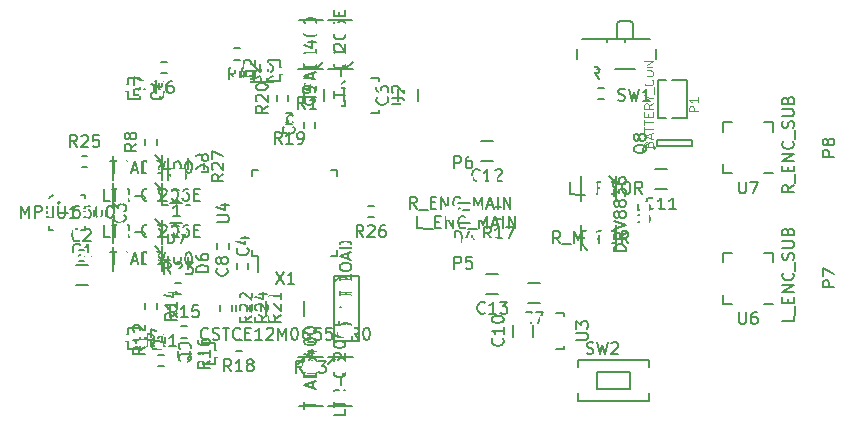
<source format=gto>
G04 #@! TF.FileFunction,Legend,Top*
%FSLAX46Y46*%
G04 Gerber Fmt 4.6, Leading zero omitted, Abs format (unit mm)*
G04 Created by KiCad (PCBNEW 4.0.0-rc2-stable) date 2016/07/16 8:54:14*
%MOMM*%
G01*
G04 APERTURE LIST*
%ADD10C,0.150000*%
%ADD11C,0.088900*%
%ADD12R,1.000000X1.250000*%
%ADD13R,0.600000X0.500000*%
%ADD14R,0.500000X0.600000*%
%ADD15R,1.250000X1.000000*%
%ADD16O,1.500000X1.100000*%
%ADD17O,1.100000X1.500000*%
%ADD18R,2.000000X3.900000*%
%ADD19O,1.500000X1.000000*%
%ADD20R,0.800000X1.000000*%
%ADD21R,1.000000X0.800000*%
%ADD22R,0.650000X1.060000*%
%ADD23C,0.900000*%
%ADD24R,0.700000X1.500000*%
%ADD25R,2.000000X1.600000*%
%ADD26R,0.500000X0.200000*%
%ADD27R,0.600000X0.200000*%
%ADD28R,0.200000X0.500000*%
%ADD29R,0.200000X0.600000*%
%ADD30R,0.250000X1.300000*%
%ADD31R,1.300000X0.250000*%
%ADD32R,0.800000X0.350000*%
%ADD33R,0.350000X0.800000*%
%ADD34R,0.400000X2.000000*%
%ADD35R,0.800000X0.500000*%
%ADD36R,0.800100X0.800100*%
G04 APERTURE END LIST*
D10*
X104894000Y-86881600D02*
X103894000Y-86881600D01*
X103894000Y-88581600D02*
X104894000Y-88581600D01*
X104593200Y-85631000D02*
X104093200Y-85631000D01*
X104093200Y-86581000D02*
X104593200Y-86581000D01*
X106393000Y-82749200D02*
X106393000Y-82249200D01*
X105443000Y-82249200D02*
X105443000Y-82749200D01*
X116807000Y-85530500D02*
X116807000Y-85030500D01*
X115857000Y-85030500D02*
X115857000Y-85530500D01*
X123159500Y-74743500D02*
X123159500Y-75243500D01*
X124109500Y-75243500D02*
X124109500Y-74743500D01*
X131103000Y-72017000D02*
X131103000Y-73017000D01*
X132803000Y-73017000D02*
X132803000Y-72017000D01*
X142121000Y-90131000D02*
X143121000Y-90131000D01*
X143121000Y-88431000D02*
X142121000Y-88431000D01*
X117508000Y-86745000D02*
X117508000Y-87245000D01*
X118458000Y-87245000D02*
X118458000Y-86745000D01*
X124880000Y-72017000D02*
X124880000Y-73017000D01*
X126580000Y-73017000D02*
X126580000Y-72017000D01*
X140882000Y-91956000D02*
X140882000Y-92956000D01*
X142582000Y-92956000D02*
X142582000Y-91956000D01*
X152916000Y-80479000D02*
X153916000Y-80479000D01*
X153916000Y-78779000D02*
X152916000Y-78779000D01*
X138184000Y-78066000D02*
X139184000Y-78066000D01*
X139184000Y-76366000D02*
X138184000Y-76366000D01*
X138628500Y-89305500D02*
X139628500Y-89305500D01*
X139628500Y-87605500D02*
X138628500Y-87605500D01*
X122745500Y-66103500D02*
X124777500Y-66103500D01*
X124211500Y-70255500D02*
X124811500Y-69705500D01*
X122711500Y-70255500D02*
X123761500Y-70255500D01*
X123761500Y-70255500D02*
X124811500Y-70255500D01*
X106984800Y-79654400D02*
X106984800Y-77622400D01*
X111136800Y-78188400D02*
X110586800Y-77588400D01*
X111136800Y-79688400D02*
X111136800Y-78638400D01*
X111136800Y-78638400D02*
X111136800Y-77588400D01*
X106984800Y-87376000D02*
X106984800Y-85344000D01*
X111136800Y-85910000D02*
X110586800Y-85310000D01*
X111136800Y-87410000D02*
X111136800Y-86360000D01*
X111136800Y-86360000D02*
X111136800Y-85310000D01*
X136215500Y-83336500D02*
X137215500Y-83336500D01*
X137215500Y-81636500D02*
X136215500Y-81636500D01*
X124764800Y-98856800D02*
X122732800Y-98856800D01*
X123298800Y-94704800D02*
X122698800Y-95254800D01*
X124798800Y-94704800D02*
X123748800Y-94704800D01*
X123748800Y-94704800D02*
X122698800Y-94704800D01*
X113372000Y-87215600D02*
X113372000Y-86215600D01*
X111672000Y-86215600D02*
X111672000Y-87215600D01*
X111869600Y-83349200D02*
X112869600Y-83349200D01*
X112869600Y-81649200D02*
X111869600Y-81649200D01*
X113372000Y-78782800D02*
X113372000Y-77782800D01*
X111672000Y-77782800D02*
X111672000Y-78782800D01*
X153797000Y-74422000D02*
X153162000Y-74422000D01*
X154940000Y-74422000D02*
X154305000Y-74422000D01*
X153162000Y-71247000D02*
X153797000Y-71247000D01*
X155575000Y-71247000D02*
X154305000Y-71247000D01*
X155575000Y-71374000D02*
X155575000Y-71247000D01*
X153162000Y-71247000D02*
X153162000Y-71374000D01*
X155575000Y-71374000D02*
X155575000Y-74422000D01*
X155575000Y-74422000D02*
X154940000Y-74422000D01*
X153162000Y-74422000D02*
X153162000Y-71374000D01*
X126296000Y-87796000D02*
X125696000Y-88346000D01*
X126746000Y-93296000D02*
X127796000Y-93296000D01*
X127796000Y-93296000D02*
X127796000Y-87796000D01*
X127796000Y-87796000D02*
X126746000Y-87796000D01*
X126746000Y-93296000D02*
X125696000Y-93296000D01*
X125696000Y-93296000D02*
X125696000Y-91646000D01*
X126746000Y-87796000D02*
X125696000Y-87796000D01*
X125696000Y-87796000D02*
X125696000Y-91646000D01*
X149567000Y-79941000D02*
X149017000Y-79341000D01*
X146607000Y-80391000D02*
X146607000Y-81441000D01*
X149567000Y-81441000D02*
X149567000Y-80391000D01*
X146607000Y-80391000D02*
X146607000Y-79341000D01*
X149567000Y-80391000D02*
X149567000Y-79341000D01*
X146597000Y-85032000D02*
X147147000Y-85632000D01*
X149557000Y-84582000D02*
X149557000Y-83532000D01*
X146597000Y-83532000D02*
X146597000Y-84582000D01*
X149557000Y-84582000D02*
X149557000Y-85632000D01*
X146597000Y-84582000D02*
X146597000Y-85632000D01*
X125222000Y-66103500D02*
X127254000Y-66103500D01*
X126688000Y-70255500D02*
X127288000Y-69705500D01*
X125188000Y-70255500D02*
X126238000Y-70255500D01*
X126238000Y-70255500D02*
X127288000Y-70255500D01*
X106984800Y-81991200D02*
X106984800Y-79959200D01*
X111136800Y-80525200D02*
X110586800Y-79925200D01*
X111136800Y-82025200D02*
X111136800Y-80975200D01*
X111136800Y-80975200D02*
X111136800Y-79925200D01*
X106984800Y-85039200D02*
X106984800Y-83007200D01*
X111136800Y-83573200D02*
X110586800Y-82973200D01*
X111136800Y-85073200D02*
X111136800Y-84023200D01*
X111136800Y-84023200D02*
X111136800Y-82973200D01*
X127254000Y-98856800D02*
X125222000Y-98856800D01*
X125788000Y-94704800D02*
X125188000Y-95254800D01*
X127288000Y-94704800D02*
X126238000Y-94704800D01*
X126238000Y-94704800D02*
X125188000Y-94704800D01*
X152959000Y-76981000D02*
G75*
G03X152959000Y-76981000I-100000J0D01*
G01*
X153109000Y-76331000D02*
X153109000Y-76831000D01*
X156009000Y-76331000D02*
X153109000Y-76331000D01*
X156009000Y-76831000D02*
X156009000Y-76331000D01*
X153109000Y-76831000D02*
X156009000Y-76831000D01*
X123194000Y-71976000D02*
X123694000Y-71976000D01*
X123694000Y-71026000D02*
X123194000Y-71026000D01*
X117759500Y-70925500D02*
X117759500Y-70425500D01*
X116809500Y-70425500D02*
X116809500Y-70925500D01*
X118839000Y-70925500D02*
X118839000Y-70425500D01*
X117889000Y-70425500D02*
X117889000Y-70925500D01*
X117288500Y-69499500D02*
X117788500Y-69499500D01*
X117788500Y-68549500D02*
X117288500Y-68549500D01*
X112619600Y-80500200D02*
X112119600Y-80500200D01*
X112119600Y-81450200D02*
X112619600Y-81450200D01*
X111103600Y-70629800D02*
X111603600Y-70629800D01*
X111603600Y-69679800D02*
X111103600Y-69679800D01*
X110523000Y-71530400D02*
X110523000Y-72030400D01*
X111473000Y-72030400D02*
X111473000Y-71530400D01*
X109761000Y-76204000D02*
X109761000Y-76704000D01*
X110711000Y-76704000D02*
X110711000Y-76204000D01*
X148586000Y-71915000D02*
X148086000Y-71915000D01*
X148086000Y-72865000D02*
X148586000Y-72865000D01*
X112619600Y-83548200D02*
X112119600Y-83548200D01*
X112119600Y-84498200D02*
X112619600Y-84498200D01*
X111349600Y-94521000D02*
X110849600Y-94521000D01*
X110849600Y-95471000D02*
X111349600Y-95471000D01*
X110472200Y-92968000D02*
X110472200Y-93468000D01*
X111422200Y-93468000D02*
X111422200Y-92968000D01*
X123498800Y-94353400D02*
X123998800Y-94353400D01*
X123998800Y-93403400D02*
X123498800Y-93403400D01*
X110711000Y-90572400D02*
X110711000Y-90072400D01*
X109761000Y-90072400D02*
X109761000Y-90572400D01*
X113280000Y-92082600D02*
X112780000Y-92082600D01*
X112780000Y-93032600D02*
X113280000Y-93032600D01*
X113505000Y-94636400D02*
X113505000Y-94136400D01*
X112555000Y-94136400D02*
X112555000Y-94636400D01*
X139386500Y-82961500D02*
X139886500Y-82961500D01*
X139886500Y-82011500D02*
X139386500Y-82011500D01*
X117402800Y-94201000D02*
X117902800Y-94201000D01*
X117902800Y-93251000D02*
X117402800Y-93251000D01*
X121670000Y-74960500D02*
X122170000Y-74960500D01*
X122170000Y-74010500D02*
X121670000Y-74010500D01*
X120873500Y-72521000D02*
X120873500Y-73021000D01*
X121823500Y-73021000D02*
X121823500Y-72521000D01*
X119537500Y-90737500D02*
X119537500Y-90237500D01*
X118587500Y-90237500D02*
X118587500Y-90737500D01*
X117061000Y-90775600D02*
X117061000Y-90275600D01*
X116111000Y-90275600D02*
X116111000Y-90775600D01*
X112772000Y-88425000D02*
X112272000Y-88425000D01*
X112272000Y-89375000D02*
X112772000Y-89375000D01*
X118394500Y-90737500D02*
X118394500Y-90237500D01*
X117444500Y-90237500D02*
X117444500Y-90737500D01*
X104847200Y-77655400D02*
X104347200Y-77655400D01*
X104347200Y-78605400D02*
X104847200Y-78605400D01*
X128591500Y-82834500D02*
X129091500Y-82834500D01*
X129091500Y-81884500D02*
X128591500Y-81884500D01*
X114673400Y-78786800D02*
X114673400Y-78286800D01*
X113723400Y-78286800D02*
X113723400Y-78786800D01*
X148856000Y-68017000D02*
X148856000Y-67717000D01*
X150356000Y-68017000D02*
X150356000Y-67717000D01*
X148206000Y-70317000D02*
X148006000Y-70317000D01*
X151006000Y-66417000D02*
X150806000Y-66217000D01*
X149706000Y-66417000D02*
X149906000Y-66217000D01*
X151006000Y-67717000D02*
X151006000Y-66417000D01*
X150806000Y-66217000D02*
X149906000Y-66217000D01*
X149706000Y-66417000D02*
X149706000Y-67717000D01*
X152456000Y-67717000D02*
X146756000Y-67717000D01*
X151206000Y-70317000D02*
X149506000Y-70317000D01*
X152956000Y-69417000D02*
X152956000Y-68617000D01*
X146256000Y-68617000D02*
X146256000Y-69417000D01*
X147952000Y-95947000D02*
X150752000Y-95947000D01*
X150752000Y-95947000D02*
X150752000Y-97347000D01*
X150752000Y-97347000D02*
X147952000Y-97347000D01*
X147952000Y-97347000D02*
X147952000Y-95947000D01*
X152352000Y-94897000D02*
X152352000Y-95547000D01*
X152352000Y-98397000D02*
X152352000Y-97747000D01*
X146352000Y-97747000D02*
X146352000Y-98397000D01*
X146352000Y-94897000D02*
X146352000Y-95547000D01*
X152352000Y-94897000D02*
X146352000Y-94897000D01*
X146352000Y-98397000D02*
X152352000Y-98397000D01*
X102524000Y-81623000D02*
G75*
G03X102524000Y-81623000I-100000J0D01*
G01*
X101624000Y-81223000D02*
X101924000Y-80923000D01*
X104624000Y-81223000D02*
X104624000Y-80923000D01*
X104624000Y-80923000D02*
X104324000Y-80923000D01*
X104324000Y-83923000D02*
X104624000Y-83923000D01*
X104624000Y-83923000D02*
X104624000Y-83623000D01*
X101624000Y-83623000D02*
X101624000Y-83923000D01*
X101624000Y-83923000D02*
X101924000Y-83923000D01*
X118739500Y-86111500D02*
X119264500Y-86111500D01*
X118739500Y-78861500D02*
X119264500Y-78861500D01*
X125989500Y-78861500D02*
X125464500Y-78861500D01*
X125989500Y-86111500D02*
X125464500Y-86111500D01*
X118739500Y-86111500D02*
X118739500Y-85586500D01*
X125989500Y-86111500D02*
X125989500Y-85586500D01*
X125989500Y-78861500D02*
X125989500Y-79386500D01*
X118739500Y-78861500D02*
X118739500Y-79386500D01*
X119264500Y-86111500D02*
X119264500Y-87486500D01*
X158632000Y-90161000D02*
X158632000Y-89386000D01*
X162932000Y-85861000D02*
X162932000Y-86636000D01*
X158632000Y-85861000D02*
X158632000Y-86636000D01*
X162932000Y-90161000D02*
X162157000Y-90161000D01*
X162932000Y-85861000D02*
X162157000Y-85861000D01*
X158632000Y-85861000D02*
X159407000Y-85861000D01*
X158632000Y-90161000D02*
X159407000Y-90161000D01*
X158632000Y-79112000D02*
X158632000Y-78337000D01*
X162932000Y-74812000D02*
X162932000Y-75587000D01*
X158632000Y-74812000D02*
X158632000Y-75587000D01*
X162932000Y-79112000D02*
X162157000Y-79112000D01*
X162932000Y-74812000D02*
X162157000Y-74812000D01*
X158632000Y-74812000D02*
X159407000Y-74812000D01*
X158632000Y-79112000D02*
X159407000Y-79112000D01*
X123202500Y-89901000D02*
X123202500Y-91201000D01*
X120002500Y-89901000D02*
X120002500Y-91201000D01*
X121158000Y-70167500D02*
X121158000Y-69532500D01*
X121158000Y-69532500D02*
X120142000Y-69532500D01*
X120142000Y-71310500D02*
X121158000Y-71310500D01*
X121158000Y-71310500D02*
X121158000Y-70675500D01*
X121285000Y-70167500D02*
X121158000Y-70167500D01*
X121158000Y-70675500D02*
X121285000Y-70675500D01*
X120142000Y-69532500D02*
X120142000Y-71310500D01*
X121285000Y-70675500D02*
X121285000Y-70167500D01*
X108254800Y-72186800D02*
X108254800Y-72821800D01*
X108254800Y-72821800D02*
X109270800Y-72821800D01*
X109270800Y-71043800D02*
X108254800Y-71043800D01*
X108254800Y-71043800D02*
X108254800Y-71678800D01*
X108127800Y-72186800D02*
X108254800Y-72186800D01*
X108254800Y-71678800D02*
X108127800Y-71678800D01*
X109270800Y-72821800D02*
X109270800Y-71043800D01*
X108127800Y-71678800D02*
X108127800Y-72186800D01*
X108254800Y-93319600D02*
X108254800Y-93954600D01*
X108254800Y-93954600D02*
X109270800Y-93954600D01*
X109270800Y-92176600D02*
X108254800Y-92176600D01*
X108254800Y-92176600D02*
X108254800Y-92811600D01*
X108127800Y-93319600D02*
X108254800Y-93319600D01*
X108254800Y-92811600D02*
X108127800Y-92811600D01*
X109270800Y-93954600D02*
X109270800Y-92176600D01*
X108127800Y-92811600D02*
X108127800Y-93319600D01*
X115671600Y-94132400D02*
X115671600Y-93497400D01*
X115671600Y-93497400D02*
X114655600Y-93497400D01*
X114655600Y-95275400D02*
X115671600Y-95275400D01*
X115671600Y-95275400D02*
X115671600Y-94640400D01*
X115798600Y-94132400D02*
X115671600Y-94132400D01*
X115671600Y-94640400D02*
X115798600Y-94640400D01*
X114655600Y-93497400D02*
X114655600Y-95275400D01*
X115798600Y-94640400D02*
X115798600Y-94132400D01*
X129555240Y-73816160D02*
X129555240Y-73767900D01*
X128854200Y-71017180D02*
X129555240Y-71017180D01*
X129555240Y-71017180D02*
X129555240Y-71266100D01*
X129555240Y-73816160D02*
X129555240Y-74016820D01*
X129555240Y-74016820D02*
X128854200Y-74016820D01*
X145176240Y-93755160D02*
X145176240Y-93706900D01*
X144475200Y-90956180D02*
X145176240Y-90956180D01*
X145176240Y-90956180D02*
X145176240Y-91205100D01*
X145176240Y-93755160D02*
X145176240Y-93955820D01*
X145176240Y-93955820D02*
X144475200Y-93955820D01*
X104227334Y-85988743D02*
X104179715Y-86036362D01*
X104036858Y-86083981D01*
X103941620Y-86083981D01*
X103798762Y-86036362D01*
X103703524Y-85941124D01*
X103655905Y-85845886D01*
X103608286Y-85655410D01*
X103608286Y-85512552D01*
X103655905Y-85322076D01*
X103703524Y-85226838D01*
X103798762Y-85131600D01*
X103941620Y-85083981D01*
X104036858Y-85083981D01*
X104179715Y-85131600D01*
X104227334Y-85179219D01*
X105179715Y-86083981D02*
X104608286Y-86083981D01*
X104894000Y-86083981D02*
X104894000Y-85083981D01*
X104798762Y-85226838D01*
X104703524Y-85322076D01*
X104608286Y-85369695D01*
X104176534Y-84763143D02*
X104128915Y-84810762D01*
X103986058Y-84858381D01*
X103890820Y-84858381D01*
X103747962Y-84810762D01*
X103652724Y-84715524D01*
X103605105Y-84620286D01*
X103557486Y-84429810D01*
X103557486Y-84286952D01*
X103605105Y-84096476D01*
X103652724Y-84001238D01*
X103747962Y-83906000D01*
X103890820Y-83858381D01*
X103986058Y-83858381D01*
X104128915Y-83906000D01*
X104176534Y-83953619D01*
X104557486Y-83953619D02*
X104605105Y-83906000D01*
X104700343Y-83858381D01*
X104938439Y-83858381D01*
X105033677Y-83906000D01*
X105081296Y-83953619D01*
X105128915Y-84048857D01*
X105128915Y-84144095D01*
X105081296Y-84286952D01*
X104509867Y-84858381D01*
X105128915Y-84858381D01*
X107975143Y-82665866D02*
X108022762Y-82713485D01*
X108070381Y-82856342D01*
X108070381Y-82951580D01*
X108022762Y-83094438D01*
X107927524Y-83189676D01*
X107832286Y-83237295D01*
X107641810Y-83284914D01*
X107498952Y-83284914D01*
X107308476Y-83237295D01*
X107213238Y-83189676D01*
X107118000Y-83094438D01*
X107070381Y-82951580D01*
X107070381Y-82856342D01*
X107118000Y-82713485D01*
X107165619Y-82665866D01*
X107070381Y-82332533D02*
X107070381Y-81713485D01*
X107451333Y-82046819D01*
X107451333Y-81903961D01*
X107498952Y-81808723D01*
X107546571Y-81761104D01*
X107641810Y-81713485D01*
X107879905Y-81713485D01*
X107975143Y-81761104D01*
X108022762Y-81808723D01*
X108070381Y-81903961D01*
X108070381Y-82189676D01*
X108022762Y-82284914D01*
X107975143Y-82332533D01*
X118389143Y-85447166D02*
X118436762Y-85494785D01*
X118484381Y-85637642D01*
X118484381Y-85732880D01*
X118436762Y-85875738D01*
X118341524Y-85970976D01*
X118246286Y-86018595D01*
X118055810Y-86066214D01*
X117912952Y-86066214D01*
X117722476Y-86018595D01*
X117627238Y-85970976D01*
X117532000Y-85875738D01*
X117484381Y-85732880D01*
X117484381Y-85637642D01*
X117532000Y-85494785D01*
X117579619Y-85447166D01*
X117817714Y-84590023D02*
X118484381Y-84590023D01*
X117436762Y-84828119D02*
X118151048Y-85066214D01*
X118151048Y-84447166D01*
X122291643Y-75160166D02*
X122339262Y-75207785D01*
X122386881Y-75350642D01*
X122386881Y-75445880D01*
X122339262Y-75588738D01*
X122244024Y-75683976D01*
X122148786Y-75731595D01*
X121958310Y-75779214D01*
X121815452Y-75779214D01*
X121624976Y-75731595D01*
X121529738Y-75683976D01*
X121434500Y-75588738D01*
X121386881Y-75445880D01*
X121386881Y-75350642D01*
X121434500Y-75207785D01*
X121482119Y-75160166D01*
X121386881Y-74255404D02*
X121386881Y-74731595D01*
X121863071Y-74779214D01*
X121815452Y-74731595D01*
X121767833Y-74636357D01*
X121767833Y-74398261D01*
X121815452Y-74303023D01*
X121863071Y-74255404D01*
X121958310Y-74207785D01*
X122196405Y-74207785D01*
X122291643Y-74255404D01*
X122339262Y-74303023D01*
X122386881Y-74398261D01*
X122386881Y-74636357D01*
X122339262Y-74731595D01*
X122291643Y-74779214D01*
X130210143Y-72683666D02*
X130257762Y-72731285D01*
X130305381Y-72874142D01*
X130305381Y-72969380D01*
X130257762Y-73112238D01*
X130162524Y-73207476D01*
X130067286Y-73255095D01*
X129876810Y-73302714D01*
X129733952Y-73302714D01*
X129543476Y-73255095D01*
X129448238Y-73207476D01*
X129353000Y-73112238D01*
X129305381Y-72969380D01*
X129305381Y-72874142D01*
X129353000Y-72731285D01*
X129400619Y-72683666D01*
X129305381Y-71826523D02*
X129305381Y-72017000D01*
X129353000Y-72112238D01*
X129400619Y-72159857D01*
X129543476Y-72255095D01*
X129733952Y-72302714D01*
X130114905Y-72302714D01*
X130210143Y-72255095D01*
X130257762Y-72207476D01*
X130305381Y-72112238D01*
X130305381Y-71921761D01*
X130257762Y-71826523D01*
X130210143Y-71778904D01*
X130114905Y-71731285D01*
X129876810Y-71731285D01*
X129781571Y-71778904D01*
X129733952Y-71826523D01*
X129686333Y-71921761D01*
X129686333Y-72112238D01*
X129733952Y-72207476D01*
X129781571Y-72255095D01*
X129876810Y-72302714D01*
X142454334Y-91738143D02*
X142406715Y-91785762D01*
X142263858Y-91833381D01*
X142168620Y-91833381D01*
X142025762Y-91785762D01*
X141930524Y-91690524D01*
X141882905Y-91595286D01*
X141835286Y-91404810D01*
X141835286Y-91261952D01*
X141882905Y-91071476D01*
X141930524Y-90976238D01*
X142025762Y-90881000D01*
X142168620Y-90833381D01*
X142263858Y-90833381D01*
X142406715Y-90881000D01*
X142454334Y-90928619D01*
X142787667Y-90833381D02*
X143454334Y-90833381D01*
X143025762Y-91833381D01*
X116640143Y-87161666D02*
X116687762Y-87209285D01*
X116735381Y-87352142D01*
X116735381Y-87447380D01*
X116687762Y-87590238D01*
X116592524Y-87685476D01*
X116497286Y-87733095D01*
X116306810Y-87780714D01*
X116163952Y-87780714D01*
X115973476Y-87733095D01*
X115878238Y-87685476D01*
X115783000Y-87590238D01*
X115735381Y-87447380D01*
X115735381Y-87352142D01*
X115783000Y-87209285D01*
X115830619Y-87161666D01*
X116163952Y-86590238D02*
X116116333Y-86685476D01*
X116068714Y-86733095D01*
X115973476Y-86780714D01*
X115925857Y-86780714D01*
X115830619Y-86733095D01*
X115783000Y-86685476D01*
X115735381Y-86590238D01*
X115735381Y-86399761D01*
X115783000Y-86304523D01*
X115830619Y-86256904D01*
X115925857Y-86209285D01*
X115973476Y-86209285D01*
X116068714Y-86256904D01*
X116116333Y-86304523D01*
X116163952Y-86399761D01*
X116163952Y-86590238D01*
X116211571Y-86685476D01*
X116259190Y-86733095D01*
X116354429Y-86780714D01*
X116544905Y-86780714D01*
X116640143Y-86733095D01*
X116687762Y-86685476D01*
X116735381Y-86590238D01*
X116735381Y-86399761D01*
X116687762Y-86304523D01*
X116640143Y-86256904D01*
X116544905Y-86209285D01*
X116354429Y-86209285D01*
X116259190Y-86256904D01*
X116211571Y-86304523D01*
X116163952Y-86399761D01*
X123987143Y-72683666D02*
X124034762Y-72731285D01*
X124082381Y-72874142D01*
X124082381Y-72969380D01*
X124034762Y-73112238D01*
X123939524Y-73207476D01*
X123844286Y-73255095D01*
X123653810Y-73302714D01*
X123510952Y-73302714D01*
X123320476Y-73255095D01*
X123225238Y-73207476D01*
X123130000Y-73112238D01*
X123082381Y-72969380D01*
X123082381Y-72874142D01*
X123130000Y-72731285D01*
X123177619Y-72683666D01*
X124082381Y-72207476D02*
X124082381Y-72017000D01*
X124034762Y-71921761D01*
X123987143Y-71874142D01*
X123844286Y-71778904D01*
X123653810Y-71731285D01*
X123272857Y-71731285D01*
X123177619Y-71778904D01*
X123130000Y-71826523D01*
X123082381Y-71921761D01*
X123082381Y-72112238D01*
X123130000Y-72207476D01*
X123177619Y-72255095D01*
X123272857Y-72302714D01*
X123510952Y-72302714D01*
X123606190Y-72255095D01*
X123653810Y-72207476D01*
X123701429Y-72112238D01*
X123701429Y-71921761D01*
X123653810Y-71826523D01*
X123606190Y-71778904D01*
X123510952Y-71731285D01*
X139989143Y-93098857D02*
X140036762Y-93146476D01*
X140084381Y-93289333D01*
X140084381Y-93384571D01*
X140036762Y-93527429D01*
X139941524Y-93622667D01*
X139846286Y-93670286D01*
X139655810Y-93717905D01*
X139512952Y-93717905D01*
X139322476Y-93670286D01*
X139227238Y-93622667D01*
X139132000Y-93527429D01*
X139084381Y-93384571D01*
X139084381Y-93289333D01*
X139132000Y-93146476D01*
X139179619Y-93098857D01*
X140084381Y-92146476D02*
X140084381Y-92717905D01*
X140084381Y-92432191D02*
X139084381Y-92432191D01*
X139227238Y-92527429D01*
X139322476Y-92622667D01*
X139370095Y-92717905D01*
X139084381Y-91527429D02*
X139084381Y-91432190D01*
X139132000Y-91336952D01*
X139179619Y-91289333D01*
X139274857Y-91241714D01*
X139465333Y-91194095D01*
X139703429Y-91194095D01*
X139893905Y-91241714D01*
X139989143Y-91289333D01*
X140036762Y-91336952D01*
X140084381Y-91432190D01*
X140084381Y-91527429D01*
X140036762Y-91622667D01*
X139989143Y-91670286D01*
X139893905Y-91717905D01*
X139703429Y-91765524D01*
X139465333Y-91765524D01*
X139274857Y-91717905D01*
X139179619Y-91670286D01*
X139132000Y-91622667D01*
X139084381Y-91527429D01*
X152773143Y-82086143D02*
X152725524Y-82133762D01*
X152582667Y-82181381D01*
X152487429Y-82181381D01*
X152344571Y-82133762D01*
X152249333Y-82038524D01*
X152201714Y-81943286D01*
X152154095Y-81752810D01*
X152154095Y-81609952D01*
X152201714Y-81419476D01*
X152249333Y-81324238D01*
X152344571Y-81229000D01*
X152487429Y-81181381D01*
X152582667Y-81181381D01*
X152725524Y-81229000D01*
X152773143Y-81276619D01*
X153725524Y-82181381D02*
X153154095Y-82181381D01*
X153439809Y-82181381D02*
X153439809Y-81181381D01*
X153344571Y-81324238D01*
X153249333Y-81419476D01*
X153154095Y-81467095D01*
X154677905Y-82181381D02*
X154106476Y-82181381D01*
X154392190Y-82181381D02*
X154392190Y-81181381D01*
X154296952Y-81324238D01*
X154201714Y-81419476D01*
X154106476Y-81467095D01*
X138041143Y-79673143D02*
X137993524Y-79720762D01*
X137850667Y-79768381D01*
X137755429Y-79768381D01*
X137612571Y-79720762D01*
X137517333Y-79625524D01*
X137469714Y-79530286D01*
X137422095Y-79339810D01*
X137422095Y-79196952D01*
X137469714Y-79006476D01*
X137517333Y-78911238D01*
X137612571Y-78816000D01*
X137755429Y-78768381D01*
X137850667Y-78768381D01*
X137993524Y-78816000D01*
X138041143Y-78863619D01*
X138993524Y-79768381D02*
X138422095Y-79768381D01*
X138707809Y-79768381D02*
X138707809Y-78768381D01*
X138612571Y-78911238D01*
X138517333Y-79006476D01*
X138422095Y-79054095D01*
X139374476Y-78863619D02*
X139422095Y-78816000D01*
X139517333Y-78768381D01*
X139755429Y-78768381D01*
X139850667Y-78816000D01*
X139898286Y-78863619D01*
X139945905Y-78958857D01*
X139945905Y-79054095D01*
X139898286Y-79196952D01*
X139326857Y-79768381D01*
X139945905Y-79768381D01*
X138485643Y-90912643D02*
X138438024Y-90960262D01*
X138295167Y-91007881D01*
X138199929Y-91007881D01*
X138057071Y-90960262D01*
X137961833Y-90865024D01*
X137914214Y-90769786D01*
X137866595Y-90579310D01*
X137866595Y-90436452D01*
X137914214Y-90245976D01*
X137961833Y-90150738D01*
X138057071Y-90055500D01*
X138199929Y-90007881D01*
X138295167Y-90007881D01*
X138438024Y-90055500D01*
X138485643Y-90103119D01*
X139438024Y-91007881D02*
X138866595Y-91007881D01*
X139152309Y-91007881D02*
X139152309Y-90007881D01*
X139057071Y-90150738D01*
X138961833Y-90245976D01*
X138866595Y-90293595D01*
X139771357Y-90007881D02*
X140390405Y-90007881D01*
X140057071Y-90388833D01*
X140199929Y-90388833D01*
X140295167Y-90436452D01*
X140342786Y-90484071D01*
X140390405Y-90579310D01*
X140390405Y-90817405D01*
X140342786Y-90912643D01*
X140295167Y-90960262D01*
X140199929Y-91007881D01*
X139914214Y-91007881D01*
X139818976Y-90960262D01*
X139771357Y-90912643D01*
X124213881Y-70143595D02*
X123213881Y-70143595D01*
X123213881Y-69905500D01*
X123261500Y-69762642D01*
X123356738Y-69667404D01*
X123451976Y-69619785D01*
X123642452Y-69572166D01*
X123785310Y-69572166D01*
X123975786Y-69619785D01*
X124071024Y-69667404D01*
X124166262Y-69762642D01*
X124213881Y-69905500D01*
X124213881Y-70143595D01*
X124213881Y-68619785D02*
X124213881Y-69191214D01*
X124213881Y-68905500D02*
X123213881Y-68905500D01*
X123356738Y-69000738D01*
X123451976Y-69095976D01*
X123499595Y-69191214D01*
X123213881Y-72905500D02*
X123213881Y-72334071D01*
X124213881Y-72619786D02*
X123213881Y-72619786D01*
X124166262Y-72048357D02*
X124213881Y-71905500D01*
X124213881Y-71667404D01*
X124166262Y-71572166D01*
X124118643Y-71524547D01*
X124023405Y-71476928D01*
X123928167Y-71476928D01*
X123832929Y-71524547D01*
X123785310Y-71572166D01*
X123737690Y-71667404D01*
X123690071Y-71857881D01*
X123642452Y-71953119D01*
X123594833Y-72000738D01*
X123499595Y-72048357D01*
X123404357Y-72048357D01*
X123309119Y-72000738D01*
X123261500Y-71953119D01*
X123213881Y-71857881D01*
X123213881Y-71619785D01*
X123261500Y-71476928D01*
X123928167Y-71095976D02*
X123928167Y-70619785D01*
X124213881Y-71191214D02*
X123213881Y-70857881D01*
X124213881Y-70524547D01*
X124213881Y-69715023D02*
X124213881Y-70191214D01*
X123213881Y-70191214D01*
X123547214Y-68953118D02*
X124213881Y-68953118D01*
X123166262Y-69191214D02*
X123880548Y-69429309D01*
X123880548Y-68810261D01*
X123547214Y-68000737D02*
X124213881Y-68000737D01*
X123166262Y-68238833D02*
X123880548Y-68476928D01*
X123880548Y-67857880D01*
X123213881Y-67286452D02*
X123213881Y-67191213D01*
X123261500Y-67095975D01*
X123309119Y-67048356D01*
X123404357Y-67000737D01*
X123594833Y-66953118D01*
X123832929Y-66953118D01*
X124023405Y-67000737D01*
X124118643Y-67048356D01*
X124166262Y-67095975D01*
X124213881Y-67191213D01*
X124213881Y-67286452D01*
X124166262Y-67381690D01*
X124118643Y-67429309D01*
X124023405Y-67476928D01*
X123832929Y-67524547D01*
X123594833Y-67524547D01*
X123404357Y-67476928D01*
X123309119Y-67429309D01*
X123261500Y-67381690D01*
X123213881Y-67286452D01*
X123213881Y-66334071D02*
X123213881Y-66238832D01*
X123261500Y-66143594D01*
X123309119Y-66095975D01*
X123404357Y-66048356D01*
X123594833Y-66000737D01*
X123832929Y-66000737D01*
X124023405Y-66048356D01*
X124118643Y-66095975D01*
X124166262Y-66143594D01*
X124213881Y-66238832D01*
X124213881Y-66334071D01*
X124166262Y-66429309D01*
X124118643Y-66476928D01*
X124023405Y-66524547D01*
X123832929Y-66572166D01*
X123594833Y-66572166D01*
X123404357Y-66524547D01*
X123309119Y-66476928D01*
X123261500Y-66429309D01*
X123213881Y-66334071D01*
X109548705Y-79090781D02*
X109548705Y-78090781D01*
X109786800Y-78090781D01*
X109929658Y-78138400D01*
X110024896Y-78233638D01*
X110072515Y-78328876D01*
X110120134Y-78519352D01*
X110120134Y-78662210D01*
X110072515Y-78852686D01*
X110024896Y-78947924D01*
X109929658Y-79043162D01*
X109786800Y-79090781D01*
X109548705Y-79090781D01*
X110501086Y-78186019D02*
X110548705Y-78138400D01*
X110643943Y-78090781D01*
X110882039Y-78090781D01*
X110977277Y-78138400D01*
X111024896Y-78186019D01*
X111072515Y-78281257D01*
X111072515Y-78376495D01*
X111024896Y-78519352D01*
X110453467Y-79090781D01*
X111072515Y-79090781D01*
X106786800Y-78090781D02*
X107358229Y-78090781D01*
X107072514Y-79090781D02*
X107072514Y-78090781D01*
X107643943Y-79043162D02*
X107786800Y-79090781D01*
X108024896Y-79090781D01*
X108120134Y-79043162D01*
X108167753Y-78995543D01*
X108215372Y-78900305D01*
X108215372Y-78805067D01*
X108167753Y-78709829D01*
X108120134Y-78662210D01*
X108024896Y-78614590D01*
X107834419Y-78566971D01*
X107739181Y-78519352D01*
X107691562Y-78471733D01*
X107643943Y-78376495D01*
X107643943Y-78281257D01*
X107691562Y-78186019D01*
X107739181Y-78138400D01*
X107834419Y-78090781D01*
X108072515Y-78090781D01*
X108215372Y-78138400D01*
X108596324Y-78805067D02*
X109072515Y-78805067D01*
X108501086Y-79090781D02*
X108834419Y-78090781D01*
X109167753Y-79090781D01*
X109977277Y-79090781D02*
X109501086Y-79090781D01*
X109501086Y-78090781D01*
X110739182Y-78424114D02*
X110739182Y-79090781D01*
X110501086Y-78043162D02*
X110262991Y-78757448D01*
X110882039Y-78757448D01*
X111691563Y-78424114D02*
X111691563Y-79090781D01*
X111453467Y-78043162D02*
X111215372Y-78757448D01*
X111834420Y-78757448D01*
X112405848Y-78090781D02*
X112501087Y-78090781D01*
X112596325Y-78138400D01*
X112643944Y-78186019D01*
X112691563Y-78281257D01*
X112739182Y-78471733D01*
X112739182Y-78709829D01*
X112691563Y-78900305D01*
X112643944Y-78995543D01*
X112596325Y-79043162D01*
X112501087Y-79090781D01*
X112405848Y-79090781D01*
X112310610Y-79043162D01*
X112262991Y-78995543D01*
X112215372Y-78900305D01*
X112167753Y-78709829D01*
X112167753Y-78471733D01*
X112215372Y-78281257D01*
X112262991Y-78186019D01*
X112310610Y-78138400D01*
X112405848Y-78090781D01*
X113358229Y-78090781D02*
X113453468Y-78090781D01*
X113548706Y-78138400D01*
X113596325Y-78186019D01*
X113643944Y-78281257D01*
X113691563Y-78471733D01*
X113691563Y-78709829D01*
X113643944Y-78900305D01*
X113596325Y-78995543D01*
X113548706Y-79043162D01*
X113453468Y-79090781D01*
X113358229Y-79090781D01*
X113262991Y-79043162D01*
X113215372Y-78995543D01*
X113167753Y-78900305D01*
X113120134Y-78709829D01*
X113120134Y-78471733D01*
X113167753Y-78281257D01*
X113215372Y-78186019D01*
X113262991Y-78138400D01*
X113358229Y-78090781D01*
X109548705Y-86812381D02*
X109548705Y-85812381D01*
X109786800Y-85812381D01*
X109929658Y-85860000D01*
X110024896Y-85955238D01*
X110072515Y-86050476D01*
X110120134Y-86240952D01*
X110120134Y-86383810D01*
X110072515Y-86574286D01*
X110024896Y-86669524D01*
X109929658Y-86764762D01*
X109786800Y-86812381D01*
X109548705Y-86812381D01*
X110453467Y-85812381D02*
X111072515Y-85812381D01*
X110739181Y-86193333D01*
X110882039Y-86193333D01*
X110977277Y-86240952D01*
X111024896Y-86288571D01*
X111072515Y-86383810D01*
X111072515Y-86621905D01*
X111024896Y-86717143D01*
X110977277Y-86764762D01*
X110882039Y-86812381D01*
X110596324Y-86812381D01*
X110501086Y-86764762D01*
X110453467Y-86717143D01*
X106786800Y-85812381D02*
X107358229Y-85812381D01*
X107072514Y-86812381D02*
X107072514Y-85812381D01*
X107643943Y-86764762D02*
X107786800Y-86812381D01*
X108024896Y-86812381D01*
X108120134Y-86764762D01*
X108167753Y-86717143D01*
X108215372Y-86621905D01*
X108215372Y-86526667D01*
X108167753Y-86431429D01*
X108120134Y-86383810D01*
X108024896Y-86336190D01*
X107834419Y-86288571D01*
X107739181Y-86240952D01*
X107691562Y-86193333D01*
X107643943Y-86098095D01*
X107643943Y-86002857D01*
X107691562Y-85907619D01*
X107739181Y-85860000D01*
X107834419Y-85812381D01*
X108072515Y-85812381D01*
X108215372Y-85860000D01*
X108596324Y-86526667D02*
X109072515Y-86526667D01*
X108501086Y-86812381D02*
X108834419Y-85812381D01*
X109167753Y-86812381D01*
X109977277Y-86812381D02*
X109501086Y-86812381D01*
X109501086Y-85812381D01*
X110739182Y-86145714D02*
X110739182Y-86812381D01*
X110501086Y-85764762D02*
X110262991Y-86479048D01*
X110882039Y-86479048D01*
X111691563Y-86145714D02*
X111691563Y-86812381D01*
X111453467Y-85764762D02*
X111215372Y-86479048D01*
X111834420Y-86479048D01*
X112405848Y-85812381D02*
X112501087Y-85812381D01*
X112596325Y-85860000D01*
X112643944Y-85907619D01*
X112691563Y-86002857D01*
X112739182Y-86193333D01*
X112739182Y-86431429D01*
X112691563Y-86621905D01*
X112643944Y-86717143D01*
X112596325Y-86764762D01*
X112501087Y-86812381D01*
X112405848Y-86812381D01*
X112310610Y-86764762D01*
X112262991Y-86717143D01*
X112215372Y-86621905D01*
X112167753Y-86431429D01*
X112167753Y-86193333D01*
X112215372Y-86002857D01*
X112262991Y-85907619D01*
X112310610Y-85860000D01*
X112405848Y-85812381D01*
X113358229Y-85812381D02*
X113453468Y-85812381D01*
X113548706Y-85860000D01*
X113596325Y-85907619D01*
X113643944Y-86002857D01*
X113691563Y-86193333D01*
X113691563Y-86431429D01*
X113643944Y-86621905D01*
X113596325Y-86717143D01*
X113548706Y-86764762D01*
X113453468Y-86812381D01*
X113358229Y-86812381D01*
X113262991Y-86764762D01*
X113215372Y-86717143D01*
X113167753Y-86621905D01*
X113120134Y-86431429D01*
X113120134Y-86193333D01*
X113167753Y-86002857D01*
X113215372Y-85907619D01*
X113262991Y-85860000D01*
X113358229Y-85812381D01*
X135977405Y-85038881D02*
X135977405Y-84038881D01*
X136215500Y-84038881D01*
X136358358Y-84086500D01*
X136453596Y-84181738D01*
X136501215Y-84276976D01*
X136548834Y-84467452D01*
X136548834Y-84610310D01*
X136501215Y-84800786D01*
X136453596Y-84896024D01*
X136358358Y-84991262D01*
X136215500Y-85038881D01*
X135977405Y-85038881D01*
X137405977Y-84372214D02*
X137405977Y-85038881D01*
X137167881Y-83991262D02*
X136929786Y-84705548D01*
X137548834Y-84705548D01*
X124201181Y-96292895D02*
X123201181Y-96292895D01*
X123201181Y-96054800D01*
X123248800Y-95911942D01*
X123344038Y-95816704D01*
X123439276Y-95769085D01*
X123629752Y-95721466D01*
X123772610Y-95721466D01*
X123963086Y-95769085D01*
X124058324Y-95816704D01*
X124153562Y-95911942D01*
X124201181Y-96054800D01*
X124201181Y-96292895D01*
X123201181Y-94816704D02*
X123201181Y-95292895D01*
X123677371Y-95340514D01*
X123629752Y-95292895D01*
X123582133Y-95197657D01*
X123582133Y-94959561D01*
X123629752Y-94864323D01*
X123677371Y-94816704D01*
X123772610Y-94769085D01*
X124010705Y-94769085D01*
X124105943Y-94816704D01*
X124153562Y-94864323D01*
X124201181Y-94959561D01*
X124201181Y-95197657D01*
X124153562Y-95292895D01*
X124105943Y-95340514D01*
X123201181Y-99054800D02*
X123201181Y-98483371D01*
X124201181Y-98769086D02*
X123201181Y-98769086D01*
X124153562Y-98197657D02*
X124201181Y-98054800D01*
X124201181Y-97816704D01*
X124153562Y-97721466D01*
X124105943Y-97673847D01*
X124010705Y-97626228D01*
X123915467Y-97626228D01*
X123820229Y-97673847D01*
X123772610Y-97721466D01*
X123724990Y-97816704D01*
X123677371Y-98007181D01*
X123629752Y-98102419D01*
X123582133Y-98150038D01*
X123486895Y-98197657D01*
X123391657Y-98197657D01*
X123296419Y-98150038D01*
X123248800Y-98102419D01*
X123201181Y-98007181D01*
X123201181Y-97769085D01*
X123248800Y-97626228D01*
X123915467Y-97245276D02*
X123915467Y-96769085D01*
X124201181Y-97340514D02*
X123201181Y-97007181D01*
X124201181Y-96673847D01*
X124201181Y-95864323D02*
X124201181Y-96340514D01*
X123201181Y-96340514D01*
X123534514Y-95102418D02*
X124201181Y-95102418D01*
X123153562Y-95340514D02*
X123867848Y-95578609D01*
X123867848Y-94959561D01*
X123534514Y-94150037D02*
X124201181Y-94150037D01*
X123153562Y-94388133D02*
X123867848Y-94626228D01*
X123867848Y-94007180D01*
X123201181Y-93435752D02*
X123201181Y-93340513D01*
X123248800Y-93245275D01*
X123296419Y-93197656D01*
X123391657Y-93150037D01*
X123582133Y-93102418D01*
X123820229Y-93102418D01*
X124010705Y-93150037D01*
X124105943Y-93197656D01*
X124153562Y-93245275D01*
X124201181Y-93340513D01*
X124201181Y-93435752D01*
X124153562Y-93530990D01*
X124105943Y-93578609D01*
X124010705Y-93626228D01*
X123820229Y-93673847D01*
X123582133Y-93673847D01*
X123391657Y-93626228D01*
X123296419Y-93578609D01*
X123248800Y-93530990D01*
X123201181Y-93435752D01*
X123201181Y-92483371D02*
X123201181Y-92388132D01*
X123248800Y-92292894D01*
X123296419Y-92245275D01*
X123391657Y-92197656D01*
X123582133Y-92150037D01*
X123820229Y-92150037D01*
X124010705Y-92197656D01*
X124105943Y-92245275D01*
X124153562Y-92292894D01*
X124201181Y-92388132D01*
X124201181Y-92483371D01*
X124153562Y-92578609D01*
X124105943Y-92626228D01*
X124010705Y-92673847D01*
X123820229Y-92721466D01*
X123582133Y-92721466D01*
X123391657Y-92673847D01*
X123296419Y-92626228D01*
X123248800Y-92578609D01*
X123201181Y-92483371D01*
X115074381Y-87453695D02*
X114074381Y-87453695D01*
X114074381Y-87215600D01*
X114122000Y-87072742D01*
X114217238Y-86977504D01*
X114312476Y-86929885D01*
X114502952Y-86882266D01*
X114645810Y-86882266D01*
X114836286Y-86929885D01*
X114931524Y-86977504D01*
X115026762Y-87072742D01*
X115074381Y-87215600D01*
X115074381Y-87453695D01*
X114074381Y-86025123D02*
X114074381Y-86215600D01*
X114122000Y-86310838D01*
X114169619Y-86358457D01*
X114312476Y-86453695D01*
X114502952Y-86501314D01*
X114883905Y-86501314D01*
X114979143Y-86453695D01*
X115026762Y-86406076D01*
X115074381Y-86310838D01*
X115074381Y-86120361D01*
X115026762Y-86025123D01*
X114979143Y-85977504D01*
X114883905Y-85929885D01*
X114645810Y-85929885D01*
X114550571Y-85977504D01*
X114502952Y-86025123D01*
X114455333Y-86120361D01*
X114455333Y-86310838D01*
X114502952Y-86406076D01*
X114550571Y-86453695D01*
X114645810Y-86501314D01*
X111631505Y-85051581D02*
X111631505Y-84051581D01*
X111869600Y-84051581D01*
X112012458Y-84099200D01*
X112107696Y-84194438D01*
X112155315Y-84289676D01*
X112202934Y-84480152D01*
X112202934Y-84623010D01*
X112155315Y-84813486D01*
X112107696Y-84908724D01*
X112012458Y-85003962D01*
X111869600Y-85051581D01*
X111631505Y-85051581D01*
X112536267Y-84051581D02*
X113202934Y-84051581D01*
X112774362Y-85051581D01*
X115074381Y-79020895D02*
X114074381Y-79020895D01*
X114074381Y-78782800D01*
X114122000Y-78639942D01*
X114217238Y-78544704D01*
X114312476Y-78497085D01*
X114502952Y-78449466D01*
X114645810Y-78449466D01*
X114836286Y-78497085D01*
X114931524Y-78544704D01*
X115026762Y-78639942D01*
X115074381Y-78782800D01*
X115074381Y-79020895D01*
X114502952Y-77878038D02*
X114455333Y-77973276D01*
X114407714Y-78020895D01*
X114312476Y-78068514D01*
X114264857Y-78068514D01*
X114169619Y-78020895D01*
X114122000Y-77973276D01*
X114074381Y-77878038D01*
X114074381Y-77687561D01*
X114122000Y-77592323D01*
X114169619Y-77544704D01*
X114264857Y-77497085D01*
X114312476Y-77497085D01*
X114407714Y-77544704D01*
X114455333Y-77592323D01*
X114502952Y-77687561D01*
X114502952Y-77878038D01*
X114550571Y-77973276D01*
X114598190Y-78020895D01*
X114693429Y-78068514D01*
X114883905Y-78068514D01*
X114979143Y-78020895D01*
X115026762Y-77973276D01*
X115074381Y-77878038D01*
X115074381Y-77687561D01*
X115026762Y-77592323D01*
X114979143Y-77544704D01*
X114883905Y-77497085D01*
X114693429Y-77497085D01*
X114598190Y-77544704D01*
X114550571Y-77592323D01*
X114502952Y-77687561D01*
D11*
X156553714Y-73841428D02*
X155791714Y-73841428D01*
X155791714Y-73551143D01*
X155828000Y-73478571D01*
X155864286Y-73442286D01*
X155936857Y-73406000D01*
X156045714Y-73406000D01*
X156118286Y-73442286D01*
X156154571Y-73478571D01*
X156190857Y-73551143D01*
X156190857Y-73841428D01*
X156553714Y-72680286D02*
X156553714Y-73115714D01*
X156553714Y-72898000D02*
X155791714Y-72898000D01*
X155900571Y-72970571D01*
X155973143Y-73043143D01*
X156009429Y-73115714D01*
X152346571Y-76653571D02*
X152382857Y-76544714D01*
X152419143Y-76508429D01*
X152491714Y-76472143D01*
X152600571Y-76472143D01*
X152673143Y-76508429D01*
X152709429Y-76544714D01*
X152745714Y-76617286D01*
X152745714Y-76907571D01*
X151983714Y-76907571D01*
X151983714Y-76653571D01*
X152020000Y-76581000D01*
X152056286Y-76544714D01*
X152128857Y-76508429D01*
X152201429Y-76508429D01*
X152274000Y-76544714D01*
X152310286Y-76581000D01*
X152346571Y-76653571D01*
X152346571Y-76907571D01*
X152528000Y-76181857D02*
X152528000Y-75819000D01*
X152745714Y-76254429D02*
X151983714Y-76000429D01*
X152745714Y-75746429D01*
X151983714Y-75601286D02*
X151983714Y-75165857D01*
X152745714Y-75383571D02*
X151983714Y-75383571D01*
X151983714Y-75020715D02*
X151983714Y-74585286D01*
X152745714Y-74803000D02*
X151983714Y-74803000D01*
X152346571Y-74331286D02*
X152346571Y-74077286D01*
X152745714Y-73968429D02*
X152745714Y-74331286D01*
X151983714Y-74331286D01*
X151983714Y-73968429D01*
X152745714Y-73206429D02*
X152382857Y-73460429D01*
X152745714Y-73641857D02*
X151983714Y-73641857D01*
X151983714Y-73351572D01*
X152020000Y-73279000D01*
X152056286Y-73242715D01*
X152128857Y-73206429D01*
X152237714Y-73206429D01*
X152310286Y-73242715D01*
X152346571Y-73279000D01*
X152382857Y-73351572D01*
X152382857Y-73641857D01*
X152382857Y-72734715D02*
X152745714Y-72734715D01*
X151983714Y-72988715D02*
X152382857Y-72734715D01*
X151983714Y-72480715D01*
X152818286Y-72408143D02*
X152818286Y-71827572D01*
X152673143Y-71210715D02*
X152709429Y-71247001D01*
X152745714Y-71355858D01*
X152745714Y-71428429D01*
X152709429Y-71537286D01*
X152636857Y-71609858D01*
X152564286Y-71646143D01*
X152419143Y-71682429D01*
X152310286Y-71682429D01*
X152165143Y-71646143D01*
X152092571Y-71609858D01*
X152020000Y-71537286D01*
X151983714Y-71428429D01*
X151983714Y-71355858D01*
X152020000Y-71247001D01*
X152056286Y-71210715D01*
X151983714Y-70739001D02*
X151983714Y-70593858D01*
X152020000Y-70521286D01*
X152092571Y-70448715D01*
X152237714Y-70412429D01*
X152491714Y-70412429D01*
X152636857Y-70448715D01*
X152709429Y-70521286D01*
X152745714Y-70593858D01*
X152745714Y-70739001D01*
X152709429Y-70811572D01*
X152636857Y-70884143D01*
X152491714Y-70920429D01*
X152237714Y-70920429D01*
X152092571Y-70884143D01*
X152020000Y-70811572D01*
X151983714Y-70739001D01*
X152745714Y-70085857D02*
X151983714Y-70085857D01*
X152745714Y-69650429D01*
X151983714Y-69650429D01*
D10*
X127198381Y-89384095D02*
X126198381Y-89384095D01*
X126198381Y-89003142D01*
X126246000Y-88907904D01*
X126293619Y-88860285D01*
X126388857Y-88812666D01*
X126531714Y-88812666D01*
X126626952Y-88860285D01*
X126674571Y-88907904D01*
X126722190Y-89003142D01*
X126722190Y-89384095D01*
X126293619Y-88431714D02*
X126246000Y-88384095D01*
X126198381Y-88288857D01*
X126198381Y-88050761D01*
X126246000Y-87955523D01*
X126293619Y-87907904D01*
X126388857Y-87860285D01*
X126484095Y-87860285D01*
X126626952Y-87907904D01*
X127198381Y-88479333D01*
X127198381Y-87860285D01*
X127198381Y-92384095D02*
X126198381Y-92384095D01*
X126198381Y-92146000D01*
X126246000Y-92003142D01*
X126341238Y-91907904D01*
X126436476Y-91860285D01*
X126626952Y-91812666D01*
X126769810Y-91812666D01*
X126960286Y-91860285D01*
X127055524Y-91907904D01*
X127150762Y-92003142D01*
X127198381Y-92146000D01*
X127198381Y-92384095D01*
X126198381Y-91193619D02*
X126198381Y-91003142D01*
X126246000Y-90907904D01*
X126341238Y-90812666D01*
X126531714Y-90765047D01*
X126865048Y-90765047D01*
X127055524Y-90812666D01*
X127150762Y-90907904D01*
X127198381Y-91003142D01*
X127198381Y-91193619D01*
X127150762Y-91288857D01*
X127055524Y-91384095D01*
X126865048Y-91431714D01*
X126531714Y-91431714D01*
X126341238Y-91384095D01*
X126246000Y-91288857D01*
X126198381Y-91193619D01*
X126198381Y-90431714D02*
X127198381Y-90193619D01*
X126484095Y-90003142D01*
X127198381Y-89812666D01*
X126198381Y-89574571D01*
X127198381Y-89193619D02*
X126198381Y-89193619D01*
X127198381Y-88622190D01*
X126198381Y-88622190D01*
X127198381Y-87669809D02*
X127198381Y-88146000D01*
X126198381Y-88146000D01*
X126198381Y-87146000D02*
X126198381Y-86955523D01*
X126246000Y-86860285D01*
X126341238Y-86765047D01*
X126531714Y-86717428D01*
X126865048Y-86717428D01*
X127055524Y-86765047D01*
X127150762Y-86860285D01*
X127198381Y-86955523D01*
X127198381Y-87146000D01*
X127150762Y-87241238D01*
X127055524Y-87336476D01*
X126865048Y-87384095D01*
X126531714Y-87384095D01*
X126341238Y-87336476D01*
X126246000Y-87241238D01*
X126198381Y-87146000D01*
X126912667Y-86336476D02*
X126912667Y-85860285D01*
X127198381Y-86431714D02*
X126198381Y-86098381D01*
X127198381Y-85765047D01*
X127198381Y-85431714D02*
X126198381Y-85431714D01*
X126198381Y-85193619D01*
X126246000Y-85050761D01*
X126341238Y-84955523D01*
X126436476Y-84907904D01*
X126626952Y-84860285D01*
X126769810Y-84860285D01*
X126960286Y-84907904D01*
X127055524Y-84955523D01*
X127150762Y-85050761D01*
X127198381Y-85193619D01*
X127198381Y-85431714D01*
X147978905Y-80843381D02*
X147978905Y-79843381D01*
X148359858Y-79843381D01*
X148455096Y-79891000D01*
X148502715Y-79938619D01*
X148550334Y-80033857D01*
X148550334Y-80176714D01*
X148502715Y-80271952D01*
X148455096Y-80319571D01*
X148359858Y-80367190D01*
X147978905Y-80367190D01*
X148883667Y-79843381D02*
X149502715Y-79843381D01*
X149169381Y-80224333D01*
X149312239Y-80224333D01*
X149407477Y-80271952D01*
X149455096Y-80319571D01*
X149502715Y-80414810D01*
X149502715Y-80652905D01*
X149455096Y-80748143D01*
X149407477Y-80795762D01*
X149312239Y-80843381D01*
X149026524Y-80843381D01*
X148931286Y-80795762D01*
X148883667Y-80748143D01*
X146145572Y-80843381D02*
X145669381Y-80843381D01*
X145669381Y-79843381D01*
X146240810Y-80938619D02*
X147002715Y-80938619D01*
X147240810Y-80843381D02*
X147240810Y-79843381D01*
X147574144Y-80557667D01*
X147907477Y-79843381D01*
X147907477Y-80843381D01*
X148574143Y-79843381D02*
X148764620Y-79843381D01*
X148859858Y-79891000D01*
X148955096Y-79986238D01*
X149002715Y-80176714D01*
X149002715Y-80510048D01*
X148955096Y-80700524D01*
X148859858Y-80795762D01*
X148764620Y-80843381D01*
X148574143Y-80843381D01*
X148478905Y-80795762D01*
X148383667Y-80700524D01*
X148336048Y-80510048D01*
X148336048Y-80176714D01*
X148383667Y-79986238D01*
X148478905Y-79891000D01*
X148574143Y-79843381D01*
X149288429Y-79843381D02*
X149859858Y-79843381D01*
X149574143Y-80843381D02*
X149574143Y-79843381D01*
X150383667Y-79843381D02*
X150574144Y-79843381D01*
X150669382Y-79891000D01*
X150764620Y-79986238D01*
X150812239Y-80176714D01*
X150812239Y-80510048D01*
X150764620Y-80700524D01*
X150669382Y-80795762D01*
X150574144Y-80843381D01*
X150383667Y-80843381D01*
X150288429Y-80795762D01*
X150193191Y-80700524D01*
X150145572Y-80510048D01*
X150145572Y-80176714D01*
X150193191Y-79986238D01*
X150288429Y-79891000D01*
X150383667Y-79843381D01*
X151812239Y-80843381D02*
X151478905Y-80367190D01*
X151240810Y-80843381D02*
X151240810Y-79843381D01*
X151621763Y-79843381D01*
X151717001Y-79891000D01*
X151764620Y-79938619D01*
X151812239Y-80033857D01*
X151812239Y-80176714D01*
X151764620Y-80271952D01*
X151717001Y-80319571D01*
X151621763Y-80367190D01*
X151240810Y-80367190D01*
X146708905Y-85034381D02*
X146708905Y-84034381D01*
X147089858Y-84034381D01*
X147185096Y-84082000D01*
X147232715Y-84129619D01*
X147280334Y-84224857D01*
X147280334Y-84367714D01*
X147232715Y-84462952D01*
X147185096Y-84510571D01*
X147089858Y-84558190D01*
X146708905Y-84558190D01*
X148137477Y-84367714D02*
X148137477Y-85034381D01*
X147899381Y-83986762D02*
X147661286Y-84701048D01*
X148280334Y-84701048D01*
X144875572Y-85034381D02*
X144542238Y-84558190D01*
X144304143Y-85034381D02*
X144304143Y-84034381D01*
X144685096Y-84034381D01*
X144780334Y-84082000D01*
X144827953Y-84129619D01*
X144875572Y-84224857D01*
X144875572Y-84367714D01*
X144827953Y-84462952D01*
X144780334Y-84510571D01*
X144685096Y-84558190D01*
X144304143Y-84558190D01*
X145066048Y-85129619D02*
X145827953Y-85129619D01*
X146066048Y-85034381D02*
X146066048Y-84034381D01*
X146399382Y-84748667D01*
X146732715Y-84034381D01*
X146732715Y-85034381D01*
X147399381Y-84034381D02*
X147589858Y-84034381D01*
X147685096Y-84082000D01*
X147780334Y-84177238D01*
X147827953Y-84367714D01*
X147827953Y-84701048D01*
X147780334Y-84891524D01*
X147685096Y-84986762D01*
X147589858Y-85034381D01*
X147399381Y-85034381D01*
X147304143Y-84986762D01*
X147208905Y-84891524D01*
X147161286Y-84701048D01*
X147161286Y-84367714D01*
X147208905Y-84177238D01*
X147304143Y-84082000D01*
X147399381Y-84034381D01*
X148113667Y-84034381D02*
X148685096Y-84034381D01*
X148399381Y-85034381D02*
X148399381Y-84034381D01*
X149208905Y-84034381D02*
X149399382Y-84034381D01*
X149494620Y-84082000D01*
X149589858Y-84177238D01*
X149637477Y-84367714D01*
X149637477Y-84701048D01*
X149589858Y-84891524D01*
X149494620Y-84986762D01*
X149399382Y-85034381D01*
X149208905Y-85034381D01*
X149113667Y-84986762D01*
X149018429Y-84891524D01*
X148970810Y-84701048D01*
X148970810Y-84367714D01*
X149018429Y-84177238D01*
X149113667Y-84082000D01*
X149208905Y-84034381D01*
X150637477Y-85034381D02*
X150304143Y-84558190D01*
X150066048Y-85034381D02*
X150066048Y-84034381D01*
X150447001Y-84034381D01*
X150542239Y-84082000D01*
X150589858Y-84129619D01*
X150637477Y-84224857D01*
X150637477Y-84367714D01*
X150589858Y-84462952D01*
X150542239Y-84510571D01*
X150447001Y-84558190D01*
X150066048Y-84558190D01*
X135913905Y-87193381D02*
X135913905Y-86193381D01*
X136294858Y-86193381D01*
X136390096Y-86241000D01*
X136437715Y-86288619D01*
X136485334Y-86383857D01*
X136485334Y-86526714D01*
X136437715Y-86621952D01*
X136390096Y-86669571D01*
X136294858Y-86717190D01*
X135913905Y-86717190D01*
X137390096Y-86193381D02*
X136913905Y-86193381D01*
X136866286Y-86669571D01*
X136913905Y-86621952D01*
X137009143Y-86574333D01*
X137247239Y-86574333D01*
X137342477Y-86621952D01*
X137390096Y-86669571D01*
X137437715Y-86764810D01*
X137437715Y-87002905D01*
X137390096Y-87098143D01*
X137342477Y-87145762D01*
X137247239Y-87193381D01*
X137009143Y-87193381D01*
X136913905Y-87145762D01*
X136866286Y-87098143D01*
X133215524Y-83764381D02*
X132739333Y-83764381D01*
X132739333Y-82764381D01*
X133310762Y-83859619D02*
X134072667Y-83859619D01*
X134310762Y-83240571D02*
X134644096Y-83240571D01*
X134786953Y-83764381D02*
X134310762Y-83764381D01*
X134310762Y-82764381D01*
X134786953Y-82764381D01*
X135215524Y-83764381D02*
X135215524Y-82764381D01*
X135786953Y-83764381D01*
X135786953Y-82764381D01*
X136834572Y-83669143D02*
X136786953Y-83716762D01*
X136644096Y-83764381D01*
X136548858Y-83764381D01*
X136406000Y-83716762D01*
X136310762Y-83621524D01*
X136263143Y-83526286D01*
X136215524Y-83335810D01*
X136215524Y-83192952D01*
X136263143Y-83002476D01*
X136310762Y-82907238D01*
X136406000Y-82812000D01*
X136548858Y-82764381D01*
X136644096Y-82764381D01*
X136786953Y-82812000D01*
X136834572Y-82859619D01*
X137025048Y-83859619D02*
X137786953Y-83859619D01*
X138025048Y-83764381D02*
X138025048Y-82764381D01*
X138358382Y-83478667D01*
X138691715Y-82764381D01*
X138691715Y-83764381D01*
X139120286Y-83478667D02*
X139596477Y-83478667D01*
X139025048Y-83764381D02*
X139358381Y-82764381D01*
X139691715Y-83764381D01*
X140025048Y-83764381D02*
X140025048Y-82764381D01*
X140501238Y-83764381D02*
X140501238Y-82764381D01*
X141072667Y-83764381D01*
X141072667Y-82764381D01*
X135913905Y-78684381D02*
X135913905Y-77684381D01*
X136294858Y-77684381D01*
X136390096Y-77732000D01*
X136437715Y-77779619D01*
X136485334Y-77874857D01*
X136485334Y-78017714D01*
X136437715Y-78112952D01*
X136390096Y-78160571D01*
X136294858Y-78208190D01*
X135913905Y-78208190D01*
X137342477Y-77684381D02*
X137152000Y-77684381D01*
X137056762Y-77732000D01*
X137009143Y-77779619D01*
X136913905Y-77922476D01*
X136866286Y-78112952D01*
X136866286Y-78493905D01*
X136913905Y-78589143D01*
X136961524Y-78636762D01*
X137056762Y-78684381D01*
X137247239Y-78684381D01*
X137342477Y-78636762D01*
X137390096Y-78589143D01*
X137437715Y-78493905D01*
X137437715Y-78255810D01*
X137390096Y-78160571D01*
X137342477Y-78112952D01*
X137247239Y-78065333D01*
X137056762Y-78065333D01*
X136961524Y-78112952D01*
X136913905Y-78160571D01*
X136866286Y-78255810D01*
X132707524Y-82113381D02*
X132374190Y-81637190D01*
X132136095Y-82113381D02*
X132136095Y-81113381D01*
X132517048Y-81113381D01*
X132612286Y-81161000D01*
X132659905Y-81208619D01*
X132707524Y-81303857D01*
X132707524Y-81446714D01*
X132659905Y-81541952D01*
X132612286Y-81589571D01*
X132517048Y-81637190D01*
X132136095Y-81637190D01*
X132898000Y-82208619D02*
X133659905Y-82208619D01*
X133898000Y-81589571D02*
X134231334Y-81589571D01*
X134374191Y-82113381D02*
X133898000Y-82113381D01*
X133898000Y-81113381D01*
X134374191Y-81113381D01*
X134802762Y-82113381D02*
X134802762Y-81113381D01*
X135374191Y-82113381D01*
X135374191Y-81113381D01*
X136421810Y-82018143D02*
X136374191Y-82065762D01*
X136231334Y-82113381D01*
X136136096Y-82113381D01*
X135993238Y-82065762D01*
X135898000Y-81970524D01*
X135850381Y-81875286D01*
X135802762Y-81684810D01*
X135802762Y-81541952D01*
X135850381Y-81351476D01*
X135898000Y-81256238D01*
X135993238Y-81161000D01*
X136136096Y-81113381D01*
X136231334Y-81113381D01*
X136374191Y-81161000D01*
X136421810Y-81208619D01*
X136612286Y-82208619D02*
X137374191Y-82208619D01*
X137612286Y-82113381D02*
X137612286Y-81113381D01*
X137945620Y-81827667D01*
X138278953Y-81113381D01*
X138278953Y-82113381D01*
X138707524Y-81827667D02*
X139183715Y-81827667D01*
X138612286Y-82113381D02*
X138945619Y-81113381D01*
X139278953Y-82113381D01*
X139612286Y-82113381D02*
X139612286Y-81113381D01*
X140088476Y-82113381D02*
X140088476Y-81113381D01*
X140659905Y-82113381D01*
X140659905Y-81113381D01*
X168092381Y-88749095D02*
X167092381Y-88749095D01*
X167092381Y-88368142D01*
X167140000Y-88272904D01*
X167187619Y-88225285D01*
X167282857Y-88177666D01*
X167425714Y-88177666D01*
X167520952Y-88225285D01*
X167568571Y-88272904D01*
X167616190Y-88368142D01*
X167616190Y-88749095D01*
X167092381Y-87844333D02*
X167092381Y-87177666D01*
X168092381Y-87606238D01*
X164663381Y-91185571D02*
X164663381Y-91661762D01*
X163663381Y-91661762D01*
X164758619Y-91090333D02*
X164758619Y-90328428D01*
X164139571Y-90090333D02*
X164139571Y-89756999D01*
X164663381Y-89614142D02*
X164663381Y-90090333D01*
X163663381Y-90090333D01*
X163663381Y-89614142D01*
X164663381Y-89185571D02*
X163663381Y-89185571D01*
X164663381Y-88614142D01*
X163663381Y-88614142D01*
X164568143Y-87566523D02*
X164615762Y-87614142D01*
X164663381Y-87756999D01*
X164663381Y-87852237D01*
X164615762Y-87995095D01*
X164520524Y-88090333D01*
X164425286Y-88137952D01*
X164234810Y-88185571D01*
X164091952Y-88185571D01*
X163901476Y-88137952D01*
X163806238Y-88090333D01*
X163711000Y-87995095D01*
X163663381Y-87852237D01*
X163663381Y-87756999D01*
X163711000Y-87614142D01*
X163758619Y-87566523D01*
X164758619Y-87376047D02*
X164758619Y-86614142D01*
X164615762Y-86423666D02*
X164663381Y-86280809D01*
X164663381Y-86042713D01*
X164615762Y-85947475D01*
X164568143Y-85899856D01*
X164472905Y-85852237D01*
X164377667Y-85852237D01*
X164282429Y-85899856D01*
X164234810Y-85947475D01*
X164187190Y-86042713D01*
X164139571Y-86233190D01*
X164091952Y-86328428D01*
X164044333Y-86376047D01*
X163949095Y-86423666D01*
X163853857Y-86423666D01*
X163758619Y-86376047D01*
X163711000Y-86328428D01*
X163663381Y-86233190D01*
X163663381Y-85995094D01*
X163711000Y-85852237D01*
X163663381Y-85423666D02*
X164472905Y-85423666D01*
X164568143Y-85376047D01*
X164615762Y-85328428D01*
X164663381Y-85233190D01*
X164663381Y-85042713D01*
X164615762Y-84947475D01*
X164568143Y-84899856D01*
X164472905Y-84852237D01*
X163663381Y-84852237D01*
X164139571Y-84042713D02*
X164187190Y-83899856D01*
X164234810Y-83852237D01*
X164330048Y-83804618D01*
X164472905Y-83804618D01*
X164568143Y-83852237D01*
X164615762Y-83899856D01*
X164663381Y-83995094D01*
X164663381Y-84376047D01*
X163663381Y-84376047D01*
X163663381Y-84042713D01*
X163711000Y-83947475D01*
X163758619Y-83899856D01*
X163853857Y-83852237D01*
X163949095Y-83852237D01*
X164044333Y-83899856D01*
X164091952Y-83947475D01*
X164139571Y-84042713D01*
X164139571Y-84376047D01*
X168092381Y-77700095D02*
X167092381Y-77700095D01*
X167092381Y-77319142D01*
X167140000Y-77223904D01*
X167187619Y-77176285D01*
X167282857Y-77128666D01*
X167425714Y-77128666D01*
X167520952Y-77176285D01*
X167568571Y-77223904D01*
X167616190Y-77319142D01*
X167616190Y-77700095D01*
X167520952Y-76557238D02*
X167473333Y-76652476D01*
X167425714Y-76700095D01*
X167330476Y-76747714D01*
X167282857Y-76747714D01*
X167187619Y-76700095D01*
X167140000Y-76652476D01*
X167092381Y-76557238D01*
X167092381Y-76366761D01*
X167140000Y-76271523D01*
X167187619Y-76223904D01*
X167282857Y-76176285D01*
X167330476Y-76176285D01*
X167425714Y-76223904D01*
X167473333Y-76271523D01*
X167520952Y-76366761D01*
X167520952Y-76557238D01*
X167568571Y-76652476D01*
X167616190Y-76700095D01*
X167711429Y-76747714D01*
X167901905Y-76747714D01*
X167997143Y-76700095D01*
X168044762Y-76652476D01*
X168092381Y-76557238D01*
X168092381Y-76366761D01*
X168044762Y-76271523D01*
X167997143Y-76223904D01*
X167901905Y-76176285D01*
X167711429Y-76176285D01*
X167616190Y-76223904D01*
X167568571Y-76271523D01*
X167520952Y-76366761D01*
X164663381Y-80136571D02*
X164187190Y-80469905D01*
X164663381Y-80708000D02*
X163663381Y-80708000D01*
X163663381Y-80327047D01*
X163711000Y-80231809D01*
X163758619Y-80184190D01*
X163853857Y-80136571D01*
X163996714Y-80136571D01*
X164091952Y-80184190D01*
X164139571Y-80231809D01*
X164187190Y-80327047D01*
X164187190Y-80708000D01*
X164758619Y-79946095D02*
X164758619Y-79184190D01*
X164139571Y-78946095D02*
X164139571Y-78612761D01*
X164663381Y-78469904D02*
X164663381Y-78946095D01*
X163663381Y-78946095D01*
X163663381Y-78469904D01*
X164663381Y-78041333D02*
X163663381Y-78041333D01*
X164663381Y-77469904D01*
X163663381Y-77469904D01*
X164568143Y-76422285D02*
X164615762Y-76469904D01*
X164663381Y-76612761D01*
X164663381Y-76707999D01*
X164615762Y-76850857D01*
X164520524Y-76946095D01*
X164425286Y-76993714D01*
X164234810Y-77041333D01*
X164091952Y-77041333D01*
X163901476Y-76993714D01*
X163806238Y-76946095D01*
X163711000Y-76850857D01*
X163663381Y-76707999D01*
X163663381Y-76612761D01*
X163711000Y-76469904D01*
X163758619Y-76422285D01*
X164758619Y-76231809D02*
X164758619Y-75469904D01*
X164615762Y-75279428D02*
X164663381Y-75136571D01*
X164663381Y-74898475D01*
X164615762Y-74803237D01*
X164568143Y-74755618D01*
X164472905Y-74707999D01*
X164377667Y-74707999D01*
X164282429Y-74755618D01*
X164234810Y-74803237D01*
X164187190Y-74898475D01*
X164139571Y-75088952D01*
X164091952Y-75184190D01*
X164044333Y-75231809D01*
X163949095Y-75279428D01*
X163853857Y-75279428D01*
X163758619Y-75231809D01*
X163711000Y-75184190D01*
X163663381Y-75088952D01*
X163663381Y-74850856D01*
X163711000Y-74707999D01*
X163663381Y-74279428D02*
X164472905Y-74279428D01*
X164568143Y-74231809D01*
X164615762Y-74184190D01*
X164663381Y-74088952D01*
X164663381Y-73898475D01*
X164615762Y-73803237D01*
X164568143Y-73755618D01*
X164472905Y-73707999D01*
X163663381Y-73707999D01*
X164139571Y-72898475D02*
X164187190Y-72755618D01*
X164234810Y-72707999D01*
X164330048Y-72660380D01*
X164472905Y-72660380D01*
X164568143Y-72707999D01*
X164615762Y-72755618D01*
X164663381Y-72850856D01*
X164663381Y-73231809D01*
X163663381Y-73231809D01*
X163663381Y-72898475D01*
X163711000Y-72803237D01*
X163758619Y-72755618D01*
X163853857Y-72707999D01*
X163949095Y-72707999D01*
X164044333Y-72755618D01*
X164091952Y-72803237D01*
X164139571Y-72898475D01*
X164139571Y-73231809D01*
X126785619Y-69500738D02*
X126738000Y-69595976D01*
X126642762Y-69691214D01*
X126499905Y-69834071D01*
X126452286Y-69929310D01*
X126452286Y-70024548D01*
X126690381Y-69976929D02*
X126642762Y-70072167D01*
X126547524Y-70167405D01*
X126357048Y-70215024D01*
X126023714Y-70215024D01*
X125833238Y-70167405D01*
X125738000Y-70072167D01*
X125690381Y-69976929D01*
X125690381Y-69786452D01*
X125738000Y-69691214D01*
X125833238Y-69595976D01*
X126023714Y-69548357D01*
X126357048Y-69548357D01*
X126547524Y-69595976D01*
X126642762Y-69691214D01*
X126690381Y-69786452D01*
X126690381Y-69976929D01*
X126690381Y-68595976D02*
X126690381Y-69167405D01*
X126690381Y-68881691D02*
X125690381Y-68881691D01*
X125833238Y-68976929D01*
X125928476Y-69072167D01*
X125976095Y-69167405D01*
X126690381Y-72953119D02*
X126690381Y-73429310D01*
X125690381Y-73429310D01*
X125690381Y-72762643D02*
X125690381Y-72191214D01*
X126690381Y-72476929D02*
X125690381Y-72476929D01*
X126690381Y-71286452D02*
X126214190Y-71619786D01*
X126690381Y-71857881D02*
X125690381Y-71857881D01*
X125690381Y-71476928D01*
X125738000Y-71381690D01*
X125785619Y-71334071D01*
X125880857Y-71286452D01*
X126023714Y-71286452D01*
X126118952Y-71334071D01*
X126166571Y-71381690D01*
X126214190Y-71476928D01*
X126214190Y-71857881D01*
X126309429Y-70857881D02*
X126309429Y-70095976D01*
X126023714Y-69191214D02*
X126690381Y-69191214D01*
X125642762Y-69429310D02*
X126357048Y-69667405D01*
X126357048Y-69048357D01*
X125785619Y-68715024D02*
X125738000Y-68667405D01*
X125690381Y-68572167D01*
X125690381Y-68334071D01*
X125738000Y-68238833D01*
X125785619Y-68191214D01*
X125880857Y-68143595D01*
X125976095Y-68143595D01*
X126118952Y-68191214D01*
X126690381Y-68762643D01*
X126690381Y-68143595D01*
X125690381Y-67524548D02*
X125690381Y-67429309D01*
X125738000Y-67334071D01*
X125785619Y-67286452D01*
X125880857Y-67238833D01*
X126071333Y-67191214D01*
X126309429Y-67191214D01*
X126499905Y-67238833D01*
X126595143Y-67286452D01*
X126642762Y-67334071D01*
X126690381Y-67429309D01*
X126690381Y-67524548D01*
X126642762Y-67619786D01*
X126595143Y-67667405D01*
X126499905Y-67715024D01*
X126309429Y-67762643D01*
X126071333Y-67762643D01*
X125880857Y-67715024D01*
X125785619Y-67667405D01*
X125738000Y-67619786D01*
X125690381Y-67524548D01*
X125690381Y-66334071D02*
X125690381Y-66524548D01*
X125738000Y-66619786D01*
X125785619Y-66667405D01*
X125928476Y-66762643D01*
X126118952Y-66810262D01*
X126499905Y-66810262D01*
X126595143Y-66762643D01*
X126642762Y-66715024D01*
X126690381Y-66619786D01*
X126690381Y-66429309D01*
X126642762Y-66334071D01*
X126595143Y-66286452D01*
X126499905Y-66238833D01*
X126261810Y-66238833D01*
X126166571Y-66286452D01*
X126118952Y-66334071D01*
X126071333Y-66429309D01*
X126071333Y-66619786D01*
X126118952Y-66715024D01*
X126166571Y-66762643D01*
X126261810Y-66810262D01*
X126166571Y-65810262D02*
X126166571Y-65476928D01*
X126690381Y-65334071D02*
X126690381Y-65810262D01*
X125690381Y-65810262D01*
X125690381Y-65334071D01*
X110191562Y-81522819D02*
X110096324Y-81475200D01*
X110001086Y-81379962D01*
X109858229Y-81237105D01*
X109762990Y-81189486D01*
X109667752Y-81189486D01*
X109715371Y-81427581D02*
X109620133Y-81379962D01*
X109524895Y-81284724D01*
X109477276Y-81094248D01*
X109477276Y-80760914D01*
X109524895Y-80570438D01*
X109620133Y-80475200D01*
X109715371Y-80427581D01*
X109905848Y-80427581D01*
X110001086Y-80475200D01*
X110096324Y-80570438D01*
X110143943Y-80760914D01*
X110143943Y-81094248D01*
X110096324Y-81284724D01*
X110001086Y-81379962D01*
X109905848Y-81427581D01*
X109715371Y-81427581D01*
X110477276Y-80427581D02*
X111096324Y-80427581D01*
X110762990Y-80808533D01*
X110905848Y-80808533D01*
X111001086Y-80856152D01*
X111048705Y-80903771D01*
X111096324Y-80999010D01*
X111096324Y-81237105D01*
X111048705Y-81332343D01*
X111001086Y-81379962D01*
X110905848Y-81427581D01*
X110620133Y-81427581D01*
X110524895Y-81379962D01*
X110477276Y-81332343D01*
X106739181Y-81427581D02*
X106262990Y-81427581D01*
X106262990Y-80427581D01*
X106929657Y-80427581D02*
X107501086Y-80427581D01*
X107215371Y-81427581D02*
X107215371Y-80427581D01*
X108405848Y-81427581D02*
X108072514Y-80951390D01*
X107834419Y-81427581D02*
X107834419Y-80427581D01*
X108215372Y-80427581D01*
X108310610Y-80475200D01*
X108358229Y-80522819D01*
X108405848Y-80618057D01*
X108405848Y-80760914D01*
X108358229Y-80856152D01*
X108310610Y-80903771D01*
X108215372Y-80951390D01*
X107834419Y-80951390D01*
X108834419Y-81046629D02*
X109596324Y-81046629D01*
X110501086Y-80760914D02*
X110501086Y-81427581D01*
X110262990Y-80379962D02*
X110024895Y-81094248D01*
X110643943Y-81094248D01*
X110977276Y-80522819D02*
X111024895Y-80475200D01*
X111120133Y-80427581D01*
X111358229Y-80427581D01*
X111453467Y-80475200D01*
X111501086Y-80522819D01*
X111548705Y-80618057D01*
X111548705Y-80713295D01*
X111501086Y-80856152D01*
X110929657Y-81427581D01*
X111548705Y-81427581D01*
X112167752Y-80427581D02*
X112262991Y-80427581D01*
X112358229Y-80475200D01*
X112405848Y-80522819D01*
X112453467Y-80618057D01*
X112501086Y-80808533D01*
X112501086Y-81046629D01*
X112453467Y-81237105D01*
X112405848Y-81332343D01*
X112358229Y-81379962D01*
X112262991Y-81427581D01*
X112167752Y-81427581D01*
X112072514Y-81379962D01*
X112024895Y-81332343D01*
X111977276Y-81237105D01*
X111929657Y-81046629D01*
X111929657Y-80808533D01*
X111977276Y-80618057D01*
X112024895Y-80522819D01*
X112072514Y-80475200D01*
X112167752Y-80427581D01*
X113358229Y-80427581D02*
X113167752Y-80427581D01*
X113072514Y-80475200D01*
X113024895Y-80522819D01*
X112929657Y-80665676D01*
X112882038Y-80856152D01*
X112882038Y-81237105D01*
X112929657Y-81332343D01*
X112977276Y-81379962D01*
X113072514Y-81427581D01*
X113262991Y-81427581D01*
X113358229Y-81379962D01*
X113405848Y-81332343D01*
X113453467Y-81237105D01*
X113453467Y-80999010D01*
X113405848Y-80903771D01*
X113358229Y-80856152D01*
X113262991Y-80808533D01*
X113072514Y-80808533D01*
X112977276Y-80856152D01*
X112929657Y-80903771D01*
X112882038Y-80999010D01*
X113882038Y-80903771D02*
X114215372Y-80903771D01*
X114358229Y-81427581D02*
X113882038Y-81427581D01*
X113882038Y-80427581D01*
X114358229Y-80427581D01*
X110191562Y-84570819D02*
X110096324Y-84523200D01*
X110001086Y-84427962D01*
X109858229Y-84285105D01*
X109762990Y-84237486D01*
X109667752Y-84237486D01*
X109715371Y-84475581D02*
X109620133Y-84427962D01*
X109524895Y-84332724D01*
X109477276Y-84142248D01*
X109477276Y-83808914D01*
X109524895Y-83618438D01*
X109620133Y-83523200D01*
X109715371Y-83475581D01*
X109905848Y-83475581D01*
X110001086Y-83523200D01*
X110096324Y-83618438D01*
X110143943Y-83808914D01*
X110143943Y-84142248D01*
X110096324Y-84332724D01*
X110001086Y-84427962D01*
X109905848Y-84475581D01*
X109715371Y-84475581D01*
X111048705Y-83475581D02*
X110572514Y-83475581D01*
X110524895Y-83951771D01*
X110572514Y-83904152D01*
X110667752Y-83856533D01*
X110905848Y-83856533D01*
X111001086Y-83904152D01*
X111048705Y-83951771D01*
X111096324Y-84047010D01*
X111096324Y-84285105D01*
X111048705Y-84380343D01*
X111001086Y-84427962D01*
X110905848Y-84475581D01*
X110667752Y-84475581D01*
X110572514Y-84427962D01*
X110524895Y-84380343D01*
X106739181Y-84475581D02*
X106262990Y-84475581D01*
X106262990Y-83475581D01*
X106929657Y-83475581D02*
X107501086Y-83475581D01*
X107215371Y-84475581D02*
X107215371Y-83475581D01*
X108405848Y-84475581D02*
X108072514Y-83999390D01*
X107834419Y-84475581D02*
X107834419Y-83475581D01*
X108215372Y-83475581D01*
X108310610Y-83523200D01*
X108358229Y-83570819D01*
X108405848Y-83666057D01*
X108405848Y-83808914D01*
X108358229Y-83904152D01*
X108310610Y-83951771D01*
X108215372Y-83999390D01*
X107834419Y-83999390D01*
X108834419Y-84094629D02*
X109596324Y-84094629D01*
X110501086Y-83808914D02*
X110501086Y-84475581D01*
X110262990Y-83427962D02*
X110024895Y-84142248D01*
X110643943Y-84142248D01*
X110977276Y-83570819D02*
X111024895Y-83523200D01*
X111120133Y-83475581D01*
X111358229Y-83475581D01*
X111453467Y-83523200D01*
X111501086Y-83570819D01*
X111548705Y-83666057D01*
X111548705Y-83761295D01*
X111501086Y-83904152D01*
X110929657Y-84475581D01*
X111548705Y-84475581D01*
X112167752Y-83475581D02*
X112262991Y-83475581D01*
X112358229Y-83523200D01*
X112405848Y-83570819D01*
X112453467Y-83666057D01*
X112501086Y-83856533D01*
X112501086Y-84094629D01*
X112453467Y-84285105D01*
X112405848Y-84380343D01*
X112358229Y-84427962D01*
X112262991Y-84475581D01*
X112167752Y-84475581D01*
X112072514Y-84427962D01*
X112024895Y-84380343D01*
X111977276Y-84285105D01*
X111929657Y-84094629D01*
X111929657Y-83856533D01*
X111977276Y-83666057D01*
X112024895Y-83570819D01*
X112072514Y-83523200D01*
X112167752Y-83475581D01*
X113358229Y-83475581D02*
X113167752Y-83475581D01*
X113072514Y-83523200D01*
X113024895Y-83570819D01*
X112929657Y-83713676D01*
X112882038Y-83904152D01*
X112882038Y-84285105D01*
X112929657Y-84380343D01*
X112977276Y-84427962D01*
X113072514Y-84475581D01*
X113262991Y-84475581D01*
X113358229Y-84427962D01*
X113405848Y-84380343D01*
X113453467Y-84285105D01*
X113453467Y-84047010D01*
X113405848Y-83951771D01*
X113358229Y-83904152D01*
X113262991Y-83856533D01*
X113072514Y-83856533D01*
X112977276Y-83904152D01*
X112929657Y-83951771D01*
X112882038Y-84047010D01*
X113882038Y-83951771D02*
X114215372Y-83951771D01*
X114358229Y-84475581D02*
X113882038Y-84475581D01*
X113882038Y-83475581D01*
X114358229Y-83475581D01*
X126785619Y-95650038D02*
X126738000Y-95745276D01*
X126642762Y-95840514D01*
X126499905Y-95983371D01*
X126452286Y-96078610D01*
X126452286Y-96173848D01*
X126690381Y-96126229D02*
X126642762Y-96221467D01*
X126547524Y-96316705D01*
X126357048Y-96364324D01*
X126023714Y-96364324D01*
X125833238Y-96316705D01*
X125738000Y-96221467D01*
X125690381Y-96126229D01*
X125690381Y-95935752D01*
X125738000Y-95840514D01*
X125833238Y-95745276D01*
X126023714Y-95697657D01*
X126357048Y-95697657D01*
X126547524Y-95745276D01*
X126642762Y-95840514D01*
X126690381Y-95935752D01*
X126690381Y-96126229D01*
X125690381Y-94840514D02*
X125690381Y-95030991D01*
X125738000Y-95126229D01*
X125785619Y-95173848D01*
X125928476Y-95269086D01*
X126118952Y-95316705D01*
X126499905Y-95316705D01*
X126595143Y-95269086D01*
X126642762Y-95221467D01*
X126690381Y-95126229D01*
X126690381Y-94935752D01*
X126642762Y-94840514D01*
X126595143Y-94792895D01*
X126499905Y-94745276D01*
X126261810Y-94745276D01*
X126166571Y-94792895D01*
X126118952Y-94840514D01*
X126071333Y-94935752D01*
X126071333Y-95126229D01*
X126118952Y-95221467D01*
X126166571Y-95269086D01*
X126261810Y-95316705D01*
X126690381Y-99102419D02*
X126690381Y-99578610D01*
X125690381Y-99578610D01*
X125690381Y-98911943D02*
X125690381Y-98340514D01*
X126690381Y-98626229D02*
X125690381Y-98626229D01*
X126690381Y-97435752D02*
X126214190Y-97769086D01*
X126690381Y-98007181D02*
X125690381Y-98007181D01*
X125690381Y-97626228D01*
X125738000Y-97530990D01*
X125785619Y-97483371D01*
X125880857Y-97435752D01*
X126023714Y-97435752D01*
X126118952Y-97483371D01*
X126166571Y-97530990D01*
X126214190Y-97626228D01*
X126214190Y-98007181D01*
X126309429Y-97007181D02*
X126309429Y-96245276D01*
X126023714Y-95340514D02*
X126690381Y-95340514D01*
X125642762Y-95578610D02*
X126357048Y-95816705D01*
X126357048Y-95197657D01*
X125785619Y-94864324D02*
X125738000Y-94816705D01*
X125690381Y-94721467D01*
X125690381Y-94483371D01*
X125738000Y-94388133D01*
X125785619Y-94340514D01*
X125880857Y-94292895D01*
X125976095Y-94292895D01*
X126118952Y-94340514D01*
X126690381Y-94911943D01*
X126690381Y-94292895D01*
X125690381Y-93673848D02*
X125690381Y-93578609D01*
X125738000Y-93483371D01*
X125785619Y-93435752D01*
X125880857Y-93388133D01*
X126071333Y-93340514D01*
X126309429Y-93340514D01*
X126499905Y-93388133D01*
X126595143Y-93435752D01*
X126642762Y-93483371D01*
X126690381Y-93578609D01*
X126690381Y-93673848D01*
X126642762Y-93769086D01*
X126595143Y-93816705D01*
X126499905Y-93864324D01*
X126309429Y-93911943D01*
X126071333Y-93911943D01*
X125880857Y-93864324D01*
X125785619Y-93816705D01*
X125738000Y-93769086D01*
X125690381Y-93673848D01*
X125690381Y-92483371D02*
X125690381Y-92673848D01*
X125738000Y-92769086D01*
X125785619Y-92816705D01*
X125928476Y-92911943D01*
X126118952Y-92959562D01*
X126499905Y-92959562D01*
X126595143Y-92911943D01*
X126642762Y-92864324D01*
X126690381Y-92769086D01*
X126690381Y-92578609D01*
X126642762Y-92483371D01*
X126595143Y-92435752D01*
X126499905Y-92388133D01*
X126261810Y-92388133D01*
X126166571Y-92435752D01*
X126118952Y-92483371D01*
X126071333Y-92578609D01*
X126071333Y-92769086D01*
X126118952Y-92864324D01*
X126166571Y-92911943D01*
X126261810Y-92959562D01*
X126166571Y-91959562D02*
X126166571Y-91626228D01*
X126690381Y-91483371D02*
X126690381Y-91959562D01*
X125690381Y-91959562D01*
X125690381Y-91483371D01*
X152206619Y-76676238D02*
X152159000Y-76771476D01*
X152063762Y-76866714D01*
X151920905Y-77009571D01*
X151873286Y-77104810D01*
X151873286Y-77200048D01*
X152111381Y-77152429D02*
X152063762Y-77247667D01*
X151968524Y-77342905D01*
X151778048Y-77390524D01*
X151444714Y-77390524D01*
X151254238Y-77342905D01*
X151159000Y-77247667D01*
X151111381Y-77152429D01*
X151111381Y-76961952D01*
X151159000Y-76866714D01*
X151254238Y-76771476D01*
X151444714Y-76723857D01*
X151778048Y-76723857D01*
X151968524Y-76771476D01*
X152063762Y-76866714D01*
X152111381Y-76961952D01*
X152111381Y-77152429D01*
X151539952Y-76152429D02*
X151492333Y-76247667D01*
X151444714Y-76295286D01*
X151349476Y-76342905D01*
X151301857Y-76342905D01*
X151206619Y-76295286D01*
X151159000Y-76247667D01*
X151111381Y-76152429D01*
X151111381Y-75961952D01*
X151159000Y-75866714D01*
X151206619Y-75819095D01*
X151301857Y-75771476D01*
X151349476Y-75771476D01*
X151444714Y-75819095D01*
X151492333Y-75866714D01*
X151539952Y-75961952D01*
X151539952Y-76152429D01*
X151587571Y-76247667D01*
X151635190Y-76295286D01*
X151730429Y-76342905D01*
X151920905Y-76342905D01*
X152016143Y-76295286D01*
X152063762Y-76247667D01*
X152111381Y-76152429D01*
X152111381Y-75961952D01*
X152063762Y-75866714D01*
X152016143Y-75819095D01*
X151920905Y-75771476D01*
X151730429Y-75771476D01*
X151635190Y-75819095D01*
X151587571Y-75866714D01*
X151539952Y-75961952D01*
X123277334Y-73653381D02*
X122944000Y-73177190D01*
X122705905Y-73653381D02*
X122705905Y-72653381D01*
X123086858Y-72653381D01*
X123182096Y-72701000D01*
X123229715Y-72748619D01*
X123277334Y-72843857D01*
X123277334Y-72986714D01*
X123229715Y-73081952D01*
X123182096Y-73129571D01*
X123086858Y-73177190D01*
X122705905Y-73177190D01*
X124229715Y-73653381D02*
X123658286Y-73653381D01*
X123944000Y-73653381D02*
X123944000Y-72653381D01*
X123848762Y-72796238D01*
X123753524Y-72891476D01*
X123658286Y-72939095D01*
X119436881Y-70842166D02*
X118960690Y-71175500D01*
X119436881Y-71413595D02*
X118436881Y-71413595D01*
X118436881Y-71032642D01*
X118484500Y-70937404D01*
X118532119Y-70889785D01*
X118627357Y-70842166D01*
X118770214Y-70842166D01*
X118865452Y-70889785D01*
X118913071Y-70937404D01*
X118960690Y-71032642D01*
X118960690Y-71413595D01*
X118532119Y-70461214D02*
X118484500Y-70413595D01*
X118436881Y-70318357D01*
X118436881Y-70080261D01*
X118484500Y-69985023D01*
X118532119Y-69937404D01*
X118627357Y-69889785D01*
X118722595Y-69889785D01*
X118865452Y-69937404D01*
X119436881Y-70508833D01*
X119436881Y-69889785D01*
X120516381Y-70842166D02*
X120040190Y-71175500D01*
X120516381Y-71413595D02*
X119516381Y-71413595D01*
X119516381Y-71032642D01*
X119564000Y-70937404D01*
X119611619Y-70889785D01*
X119706857Y-70842166D01*
X119849714Y-70842166D01*
X119944952Y-70889785D01*
X119992571Y-70937404D01*
X120040190Y-71032642D01*
X120040190Y-71413595D01*
X119516381Y-70508833D02*
X119516381Y-69889785D01*
X119897333Y-70223119D01*
X119897333Y-70080261D01*
X119944952Y-69985023D01*
X119992571Y-69937404D01*
X120087810Y-69889785D01*
X120325905Y-69889785D01*
X120421143Y-69937404D01*
X120468762Y-69985023D01*
X120516381Y-70080261D01*
X120516381Y-70365976D01*
X120468762Y-70461214D01*
X120421143Y-70508833D01*
X117371834Y-71176881D02*
X117038500Y-70700690D01*
X116800405Y-71176881D02*
X116800405Y-70176881D01*
X117181358Y-70176881D01*
X117276596Y-70224500D01*
X117324215Y-70272119D01*
X117371834Y-70367357D01*
X117371834Y-70510214D01*
X117324215Y-70605452D01*
X117276596Y-70653071D01*
X117181358Y-70700690D01*
X116800405Y-70700690D01*
X118228977Y-70510214D02*
X118228977Y-71176881D01*
X117990881Y-70129262D02*
X117752786Y-70843548D01*
X118371834Y-70843548D01*
X112202934Y-79727581D02*
X111869600Y-79251390D01*
X111631505Y-79727581D02*
X111631505Y-78727581D01*
X112012458Y-78727581D01*
X112107696Y-78775200D01*
X112155315Y-78822819D01*
X112202934Y-78918057D01*
X112202934Y-79060914D01*
X112155315Y-79156152D01*
X112107696Y-79203771D01*
X112012458Y-79251390D01*
X111631505Y-79251390D01*
X113107696Y-78727581D02*
X112631505Y-78727581D01*
X112583886Y-79203771D01*
X112631505Y-79156152D01*
X112726743Y-79108533D01*
X112964839Y-79108533D01*
X113060077Y-79156152D01*
X113107696Y-79203771D01*
X113155315Y-79299010D01*
X113155315Y-79537105D01*
X113107696Y-79632343D01*
X113060077Y-79679962D01*
X112964839Y-79727581D01*
X112726743Y-79727581D01*
X112631505Y-79679962D01*
X112583886Y-79632343D01*
X111186934Y-72307181D02*
X110853600Y-71830990D01*
X110615505Y-72307181D02*
X110615505Y-71307181D01*
X110996458Y-71307181D01*
X111091696Y-71354800D01*
X111139315Y-71402419D01*
X111186934Y-71497657D01*
X111186934Y-71640514D01*
X111139315Y-71735752D01*
X111091696Y-71783371D01*
X110996458Y-71830990D01*
X110615505Y-71830990D01*
X112044077Y-71307181D02*
X111853600Y-71307181D01*
X111758362Y-71354800D01*
X111710743Y-71402419D01*
X111615505Y-71545276D01*
X111567886Y-71735752D01*
X111567886Y-72116705D01*
X111615505Y-72211943D01*
X111663124Y-72259562D01*
X111758362Y-72307181D01*
X111948839Y-72307181D01*
X112044077Y-72259562D01*
X112091696Y-72211943D01*
X112139315Y-72116705D01*
X112139315Y-71878610D01*
X112091696Y-71783371D01*
X112044077Y-71735752D01*
X111948839Y-71688133D01*
X111758362Y-71688133D01*
X111663124Y-71735752D01*
X111615505Y-71783371D01*
X111567886Y-71878610D01*
X109750381Y-71947066D02*
X109274190Y-72280400D01*
X109750381Y-72518495D02*
X108750381Y-72518495D01*
X108750381Y-72137542D01*
X108798000Y-72042304D01*
X108845619Y-71994685D01*
X108940857Y-71947066D01*
X109083714Y-71947066D01*
X109178952Y-71994685D01*
X109226571Y-72042304D01*
X109274190Y-72137542D01*
X109274190Y-72518495D01*
X108750381Y-71613733D02*
X108750381Y-70947066D01*
X109750381Y-71375638D01*
X108988381Y-76620666D02*
X108512190Y-76954000D01*
X108988381Y-77192095D02*
X107988381Y-77192095D01*
X107988381Y-76811142D01*
X108036000Y-76715904D01*
X108083619Y-76668285D01*
X108178857Y-76620666D01*
X108321714Y-76620666D01*
X108416952Y-76668285D01*
X108464571Y-76715904D01*
X108512190Y-76811142D01*
X108512190Y-77192095D01*
X108416952Y-76049238D02*
X108369333Y-76144476D01*
X108321714Y-76192095D01*
X108226476Y-76239714D01*
X108178857Y-76239714D01*
X108083619Y-76192095D01*
X108036000Y-76144476D01*
X107988381Y-76049238D01*
X107988381Y-75858761D01*
X108036000Y-75763523D01*
X108083619Y-75715904D01*
X108178857Y-75668285D01*
X108226476Y-75668285D01*
X108321714Y-75715904D01*
X108369333Y-75763523D01*
X108416952Y-75858761D01*
X108416952Y-76049238D01*
X108464571Y-76144476D01*
X108512190Y-76192095D01*
X108607429Y-76239714D01*
X108797905Y-76239714D01*
X108893143Y-76192095D01*
X108940762Y-76144476D01*
X108988381Y-76049238D01*
X108988381Y-75858761D01*
X108940762Y-75763523D01*
X108893143Y-75715904D01*
X108797905Y-75668285D01*
X108607429Y-75668285D01*
X108512190Y-75715904D01*
X108464571Y-75763523D01*
X108416952Y-75858761D01*
X148169334Y-71142381D02*
X147836000Y-70666190D01*
X147597905Y-71142381D02*
X147597905Y-70142381D01*
X147978858Y-70142381D01*
X148074096Y-70190000D01*
X148121715Y-70237619D01*
X148169334Y-70332857D01*
X148169334Y-70475714D01*
X148121715Y-70570952D01*
X148074096Y-70618571D01*
X147978858Y-70666190D01*
X147597905Y-70666190D01*
X148645524Y-71142381D02*
X148836000Y-71142381D01*
X148931239Y-71094762D01*
X148978858Y-71047143D01*
X149074096Y-70904286D01*
X149121715Y-70713810D01*
X149121715Y-70332857D01*
X149074096Y-70237619D01*
X149026477Y-70190000D01*
X148931239Y-70142381D01*
X148740762Y-70142381D01*
X148645524Y-70190000D01*
X148597905Y-70237619D01*
X148550286Y-70332857D01*
X148550286Y-70570952D01*
X148597905Y-70666190D01*
X148645524Y-70713810D01*
X148740762Y-70761429D01*
X148931239Y-70761429D01*
X149026477Y-70713810D01*
X149074096Y-70666190D01*
X149121715Y-70570952D01*
X111726743Y-82775581D02*
X111393409Y-82299390D01*
X111155314Y-82775581D02*
X111155314Y-81775581D01*
X111536267Y-81775581D01*
X111631505Y-81823200D01*
X111679124Y-81870819D01*
X111726743Y-81966057D01*
X111726743Y-82108914D01*
X111679124Y-82204152D01*
X111631505Y-82251771D01*
X111536267Y-82299390D01*
X111155314Y-82299390D01*
X112679124Y-82775581D02*
X112107695Y-82775581D01*
X112393409Y-82775581D02*
X112393409Y-81775581D01*
X112298171Y-81918438D01*
X112202933Y-82013676D01*
X112107695Y-82061295D01*
X113298171Y-81775581D02*
X113393410Y-81775581D01*
X113488648Y-81823200D01*
X113536267Y-81870819D01*
X113583886Y-81966057D01*
X113631505Y-82156533D01*
X113631505Y-82394629D01*
X113583886Y-82585105D01*
X113536267Y-82680343D01*
X113488648Y-82727962D01*
X113393410Y-82775581D01*
X113298171Y-82775581D01*
X113202933Y-82727962D01*
X113155314Y-82680343D01*
X113107695Y-82585105D01*
X113060076Y-82394629D01*
X113060076Y-82156533D01*
X113107695Y-81966057D01*
X113155314Y-81870819D01*
X113202933Y-81823200D01*
X113298171Y-81775581D01*
X110456743Y-93748381D02*
X110123409Y-93272190D01*
X109885314Y-93748381D02*
X109885314Y-92748381D01*
X110266267Y-92748381D01*
X110361505Y-92796000D01*
X110409124Y-92843619D01*
X110456743Y-92938857D01*
X110456743Y-93081714D01*
X110409124Y-93176952D01*
X110361505Y-93224571D01*
X110266267Y-93272190D01*
X109885314Y-93272190D01*
X111409124Y-93748381D02*
X110837695Y-93748381D01*
X111123409Y-93748381D02*
X111123409Y-92748381D01*
X111028171Y-92891238D01*
X110932933Y-92986476D01*
X110837695Y-93034095D01*
X112361505Y-93748381D02*
X111790076Y-93748381D01*
X112075790Y-93748381D02*
X112075790Y-92748381D01*
X111980552Y-92891238D01*
X111885314Y-92986476D01*
X111790076Y-93034095D01*
X109699581Y-93860857D02*
X109223390Y-94194191D01*
X109699581Y-94432286D02*
X108699581Y-94432286D01*
X108699581Y-94051333D01*
X108747200Y-93956095D01*
X108794819Y-93908476D01*
X108890057Y-93860857D01*
X109032914Y-93860857D01*
X109128152Y-93908476D01*
X109175771Y-93956095D01*
X109223390Y-94051333D01*
X109223390Y-94432286D01*
X109699581Y-92908476D02*
X109699581Y-93479905D01*
X109699581Y-93194191D02*
X108699581Y-93194191D01*
X108842438Y-93289429D01*
X108937676Y-93384667D01*
X108985295Y-93479905D01*
X108794819Y-92527524D02*
X108747200Y-92479905D01*
X108699581Y-92384667D01*
X108699581Y-92146571D01*
X108747200Y-92051333D01*
X108794819Y-92003714D01*
X108890057Y-91956095D01*
X108985295Y-91956095D01*
X109128152Y-92003714D01*
X109699581Y-92575143D01*
X109699581Y-91956095D01*
X123105943Y-96030781D02*
X122772609Y-95554590D01*
X122534514Y-96030781D02*
X122534514Y-95030781D01*
X122915467Y-95030781D01*
X123010705Y-95078400D01*
X123058324Y-95126019D01*
X123105943Y-95221257D01*
X123105943Y-95364114D01*
X123058324Y-95459352D01*
X123010705Y-95506971D01*
X122915467Y-95554590D01*
X122534514Y-95554590D01*
X124058324Y-96030781D02*
X123486895Y-96030781D01*
X123772609Y-96030781D02*
X123772609Y-95030781D01*
X123677371Y-95173638D01*
X123582133Y-95268876D01*
X123486895Y-95316495D01*
X124391657Y-95030781D02*
X125010705Y-95030781D01*
X124677371Y-95411733D01*
X124820229Y-95411733D01*
X124915467Y-95459352D01*
X124963086Y-95506971D01*
X125010705Y-95602210D01*
X125010705Y-95840305D01*
X124963086Y-95935543D01*
X124915467Y-95983162D01*
X124820229Y-96030781D01*
X124534514Y-96030781D01*
X124439276Y-95983162D01*
X124391657Y-95935543D01*
X112388381Y-90965257D02*
X111912190Y-91298591D01*
X112388381Y-91536686D02*
X111388381Y-91536686D01*
X111388381Y-91155733D01*
X111436000Y-91060495D01*
X111483619Y-91012876D01*
X111578857Y-90965257D01*
X111721714Y-90965257D01*
X111816952Y-91012876D01*
X111864571Y-91060495D01*
X111912190Y-91155733D01*
X111912190Y-91536686D01*
X112388381Y-90012876D02*
X112388381Y-90584305D01*
X112388381Y-90298591D02*
X111388381Y-90298591D01*
X111531238Y-90393829D01*
X111626476Y-90489067D01*
X111674095Y-90584305D01*
X111721714Y-89155733D02*
X112388381Y-89155733D01*
X111340762Y-89393829D02*
X112055048Y-89631924D01*
X112055048Y-89012876D01*
X112387143Y-91309981D02*
X112053809Y-90833790D01*
X111815714Y-91309981D02*
X111815714Y-90309981D01*
X112196667Y-90309981D01*
X112291905Y-90357600D01*
X112339524Y-90405219D01*
X112387143Y-90500457D01*
X112387143Y-90643314D01*
X112339524Y-90738552D01*
X112291905Y-90786171D01*
X112196667Y-90833790D01*
X111815714Y-90833790D01*
X113339524Y-91309981D02*
X112768095Y-91309981D01*
X113053809Y-91309981D02*
X113053809Y-90309981D01*
X112958571Y-90452838D01*
X112863333Y-90548076D01*
X112768095Y-90595695D01*
X114244286Y-90309981D02*
X113768095Y-90309981D01*
X113720476Y-90786171D01*
X113768095Y-90738552D01*
X113863333Y-90690933D01*
X114101429Y-90690933D01*
X114196667Y-90738552D01*
X114244286Y-90786171D01*
X114291905Y-90881410D01*
X114291905Y-91119505D01*
X114244286Y-91214743D01*
X114196667Y-91262362D01*
X114101429Y-91309981D01*
X113863333Y-91309981D01*
X113768095Y-91262362D01*
X113720476Y-91214743D01*
X115182381Y-95029257D02*
X114706190Y-95362591D01*
X115182381Y-95600686D02*
X114182381Y-95600686D01*
X114182381Y-95219733D01*
X114230000Y-95124495D01*
X114277619Y-95076876D01*
X114372857Y-95029257D01*
X114515714Y-95029257D01*
X114610952Y-95076876D01*
X114658571Y-95124495D01*
X114706190Y-95219733D01*
X114706190Y-95600686D01*
X115182381Y-94076876D02*
X115182381Y-94648305D01*
X115182381Y-94362591D02*
X114182381Y-94362591D01*
X114325238Y-94457829D01*
X114420476Y-94553067D01*
X114468095Y-94648305D01*
X114182381Y-93219733D02*
X114182381Y-93410210D01*
X114230000Y-93505448D01*
X114277619Y-93553067D01*
X114420476Y-93648305D01*
X114610952Y-93695924D01*
X114991905Y-93695924D01*
X115087143Y-93648305D01*
X115134762Y-93600686D01*
X115182381Y-93505448D01*
X115182381Y-93314971D01*
X115134762Y-93219733D01*
X115087143Y-93172114D01*
X114991905Y-93124495D01*
X114753810Y-93124495D01*
X114658571Y-93172114D01*
X114610952Y-93219733D01*
X114563333Y-93314971D01*
X114563333Y-93505448D01*
X114610952Y-93600686D01*
X114658571Y-93648305D01*
X114753810Y-93695924D01*
X138993643Y-84638881D02*
X138660309Y-84162690D01*
X138422214Y-84638881D02*
X138422214Y-83638881D01*
X138803167Y-83638881D01*
X138898405Y-83686500D01*
X138946024Y-83734119D01*
X138993643Y-83829357D01*
X138993643Y-83972214D01*
X138946024Y-84067452D01*
X138898405Y-84115071D01*
X138803167Y-84162690D01*
X138422214Y-84162690D01*
X139946024Y-84638881D02*
X139374595Y-84638881D01*
X139660309Y-84638881D02*
X139660309Y-83638881D01*
X139565071Y-83781738D01*
X139469833Y-83876976D01*
X139374595Y-83924595D01*
X140279357Y-83638881D02*
X140946024Y-83638881D01*
X140517452Y-84638881D01*
X117009943Y-95878381D02*
X116676609Y-95402190D01*
X116438514Y-95878381D02*
X116438514Y-94878381D01*
X116819467Y-94878381D01*
X116914705Y-94926000D01*
X116962324Y-94973619D01*
X117009943Y-95068857D01*
X117009943Y-95211714D01*
X116962324Y-95306952D01*
X116914705Y-95354571D01*
X116819467Y-95402190D01*
X116438514Y-95402190D01*
X117962324Y-95878381D02*
X117390895Y-95878381D01*
X117676609Y-95878381D02*
X117676609Y-94878381D01*
X117581371Y-95021238D01*
X117486133Y-95116476D01*
X117390895Y-95164095D01*
X118533752Y-95306952D02*
X118438514Y-95259333D01*
X118390895Y-95211714D01*
X118343276Y-95116476D01*
X118343276Y-95068857D01*
X118390895Y-94973619D01*
X118438514Y-94926000D01*
X118533752Y-94878381D01*
X118724229Y-94878381D01*
X118819467Y-94926000D01*
X118867086Y-94973619D01*
X118914705Y-95068857D01*
X118914705Y-95116476D01*
X118867086Y-95211714D01*
X118819467Y-95259333D01*
X118724229Y-95306952D01*
X118533752Y-95306952D01*
X118438514Y-95354571D01*
X118390895Y-95402190D01*
X118343276Y-95497429D01*
X118343276Y-95687905D01*
X118390895Y-95783143D01*
X118438514Y-95830762D01*
X118533752Y-95878381D01*
X118724229Y-95878381D01*
X118819467Y-95830762D01*
X118867086Y-95783143D01*
X118914705Y-95687905D01*
X118914705Y-95497429D01*
X118867086Y-95402190D01*
X118819467Y-95354571D01*
X118724229Y-95306952D01*
X121277143Y-76637881D02*
X120943809Y-76161690D01*
X120705714Y-76637881D02*
X120705714Y-75637881D01*
X121086667Y-75637881D01*
X121181905Y-75685500D01*
X121229524Y-75733119D01*
X121277143Y-75828357D01*
X121277143Y-75971214D01*
X121229524Y-76066452D01*
X121181905Y-76114071D01*
X121086667Y-76161690D01*
X120705714Y-76161690D01*
X122229524Y-76637881D02*
X121658095Y-76637881D01*
X121943809Y-76637881D02*
X121943809Y-75637881D01*
X121848571Y-75780738D01*
X121753333Y-75875976D01*
X121658095Y-75923595D01*
X122705714Y-76637881D02*
X122896190Y-76637881D01*
X122991429Y-76590262D01*
X123039048Y-76542643D01*
X123134286Y-76399786D01*
X123181905Y-76209310D01*
X123181905Y-75828357D01*
X123134286Y-75733119D01*
X123086667Y-75685500D01*
X122991429Y-75637881D01*
X122800952Y-75637881D01*
X122705714Y-75685500D01*
X122658095Y-75733119D01*
X122610476Y-75828357D01*
X122610476Y-76066452D01*
X122658095Y-76161690D01*
X122705714Y-76209310D01*
X122800952Y-76256929D01*
X122991429Y-76256929D01*
X123086667Y-76209310D01*
X123134286Y-76161690D01*
X123181905Y-76066452D01*
X120100881Y-73413857D02*
X119624690Y-73747191D01*
X120100881Y-73985286D02*
X119100881Y-73985286D01*
X119100881Y-73604333D01*
X119148500Y-73509095D01*
X119196119Y-73461476D01*
X119291357Y-73413857D01*
X119434214Y-73413857D01*
X119529452Y-73461476D01*
X119577071Y-73509095D01*
X119624690Y-73604333D01*
X119624690Y-73985286D01*
X119196119Y-73032905D02*
X119148500Y-72985286D01*
X119100881Y-72890048D01*
X119100881Y-72651952D01*
X119148500Y-72556714D01*
X119196119Y-72509095D01*
X119291357Y-72461476D01*
X119386595Y-72461476D01*
X119529452Y-72509095D01*
X120100881Y-73080524D01*
X120100881Y-72461476D01*
X119100881Y-71842429D02*
X119100881Y-71747190D01*
X119148500Y-71651952D01*
X119196119Y-71604333D01*
X119291357Y-71556714D01*
X119481833Y-71509095D01*
X119719929Y-71509095D01*
X119910405Y-71556714D01*
X120005643Y-71604333D01*
X120053262Y-71651952D01*
X120100881Y-71747190D01*
X120100881Y-71842429D01*
X120053262Y-71937667D01*
X120005643Y-71985286D01*
X119910405Y-72032905D01*
X119719929Y-72080524D01*
X119481833Y-72080524D01*
X119291357Y-72032905D01*
X119196119Y-71985286D01*
X119148500Y-71937667D01*
X119100881Y-71842429D01*
X121214881Y-91130357D02*
X120738690Y-91463691D01*
X121214881Y-91701786D02*
X120214881Y-91701786D01*
X120214881Y-91320833D01*
X120262500Y-91225595D01*
X120310119Y-91177976D01*
X120405357Y-91130357D01*
X120548214Y-91130357D01*
X120643452Y-91177976D01*
X120691071Y-91225595D01*
X120738690Y-91320833D01*
X120738690Y-91701786D01*
X120310119Y-90749405D02*
X120262500Y-90701786D01*
X120214881Y-90606548D01*
X120214881Y-90368452D01*
X120262500Y-90273214D01*
X120310119Y-90225595D01*
X120405357Y-90177976D01*
X120500595Y-90177976D01*
X120643452Y-90225595D01*
X121214881Y-90797024D01*
X121214881Y-90177976D01*
X121214881Y-89225595D02*
X121214881Y-89797024D01*
X121214881Y-89511310D02*
X120214881Y-89511310D01*
X120357738Y-89606548D01*
X120452976Y-89701786D01*
X120500595Y-89797024D01*
X118738381Y-91168457D02*
X118262190Y-91501791D01*
X118738381Y-91739886D02*
X117738381Y-91739886D01*
X117738381Y-91358933D01*
X117786000Y-91263695D01*
X117833619Y-91216076D01*
X117928857Y-91168457D01*
X118071714Y-91168457D01*
X118166952Y-91216076D01*
X118214571Y-91263695D01*
X118262190Y-91358933D01*
X118262190Y-91739886D01*
X117833619Y-90787505D02*
X117786000Y-90739886D01*
X117738381Y-90644648D01*
X117738381Y-90406552D01*
X117786000Y-90311314D01*
X117833619Y-90263695D01*
X117928857Y-90216076D01*
X118024095Y-90216076D01*
X118166952Y-90263695D01*
X118738381Y-90835124D01*
X118738381Y-90216076D01*
X117833619Y-89835124D02*
X117786000Y-89787505D01*
X117738381Y-89692267D01*
X117738381Y-89454171D01*
X117786000Y-89358933D01*
X117833619Y-89311314D01*
X117928857Y-89263695D01*
X118024095Y-89263695D01*
X118166952Y-89311314D01*
X118738381Y-89882743D01*
X118738381Y-89263695D01*
X111879143Y-87652381D02*
X111545809Y-87176190D01*
X111307714Y-87652381D02*
X111307714Y-86652381D01*
X111688667Y-86652381D01*
X111783905Y-86700000D01*
X111831524Y-86747619D01*
X111879143Y-86842857D01*
X111879143Y-86985714D01*
X111831524Y-87080952D01*
X111783905Y-87128571D01*
X111688667Y-87176190D01*
X111307714Y-87176190D01*
X112260095Y-86747619D02*
X112307714Y-86700000D01*
X112402952Y-86652381D01*
X112641048Y-86652381D01*
X112736286Y-86700000D01*
X112783905Y-86747619D01*
X112831524Y-86842857D01*
X112831524Y-86938095D01*
X112783905Y-87080952D01*
X112212476Y-87652381D01*
X112831524Y-87652381D01*
X113164857Y-86652381D02*
X113783905Y-86652381D01*
X113450571Y-87033333D01*
X113593429Y-87033333D01*
X113688667Y-87080952D01*
X113736286Y-87128571D01*
X113783905Y-87223810D01*
X113783905Y-87461905D01*
X113736286Y-87557143D01*
X113688667Y-87604762D01*
X113593429Y-87652381D01*
X113307714Y-87652381D01*
X113212476Y-87604762D01*
X113164857Y-87557143D01*
X120071881Y-91130357D02*
X119595690Y-91463691D01*
X120071881Y-91701786D02*
X119071881Y-91701786D01*
X119071881Y-91320833D01*
X119119500Y-91225595D01*
X119167119Y-91177976D01*
X119262357Y-91130357D01*
X119405214Y-91130357D01*
X119500452Y-91177976D01*
X119548071Y-91225595D01*
X119595690Y-91320833D01*
X119595690Y-91701786D01*
X119167119Y-90749405D02*
X119119500Y-90701786D01*
X119071881Y-90606548D01*
X119071881Y-90368452D01*
X119119500Y-90273214D01*
X119167119Y-90225595D01*
X119262357Y-90177976D01*
X119357595Y-90177976D01*
X119500452Y-90225595D01*
X120071881Y-90797024D01*
X120071881Y-90177976D01*
X119405214Y-89320833D02*
X120071881Y-89320833D01*
X119024262Y-89558929D02*
X119738548Y-89797024D01*
X119738548Y-89177976D01*
X103954343Y-76882781D02*
X103621009Y-76406590D01*
X103382914Y-76882781D02*
X103382914Y-75882781D01*
X103763867Y-75882781D01*
X103859105Y-75930400D01*
X103906724Y-75978019D01*
X103954343Y-76073257D01*
X103954343Y-76216114D01*
X103906724Y-76311352D01*
X103859105Y-76358971D01*
X103763867Y-76406590D01*
X103382914Y-76406590D01*
X104335295Y-75978019D02*
X104382914Y-75930400D01*
X104478152Y-75882781D01*
X104716248Y-75882781D01*
X104811486Y-75930400D01*
X104859105Y-75978019D01*
X104906724Y-76073257D01*
X104906724Y-76168495D01*
X104859105Y-76311352D01*
X104287676Y-76882781D01*
X104906724Y-76882781D01*
X105811486Y-75882781D02*
X105335295Y-75882781D01*
X105287676Y-76358971D01*
X105335295Y-76311352D01*
X105430533Y-76263733D01*
X105668629Y-76263733D01*
X105763867Y-76311352D01*
X105811486Y-76358971D01*
X105859105Y-76454210D01*
X105859105Y-76692305D01*
X105811486Y-76787543D01*
X105763867Y-76835162D01*
X105668629Y-76882781D01*
X105430533Y-76882781D01*
X105335295Y-76835162D01*
X105287676Y-76787543D01*
X128198643Y-84511881D02*
X127865309Y-84035690D01*
X127627214Y-84511881D02*
X127627214Y-83511881D01*
X128008167Y-83511881D01*
X128103405Y-83559500D01*
X128151024Y-83607119D01*
X128198643Y-83702357D01*
X128198643Y-83845214D01*
X128151024Y-83940452D01*
X128103405Y-83988071D01*
X128008167Y-84035690D01*
X127627214Y-84035690D01*
X128579595Y-83607119D02*
X128627214Y-83559500D01*
X128722452Y-83511881D01*
X128960548Y-83511881D01*
X129055786Y-83559500D01*
X129103405Y-83607119D01*
X129151024Y-83702357D01*
X129151024Y-83797595D01*
X129103405Y-83940452D01*
X128531976Y-84511881D01*
X129151024Y-84511881D01*
X130008167Y-83511881D02*
X129817690Y-83511881D01*
X129722452Y-83559500D01*
X129674833Y-83607119D01*
X129579595Y-83749976D01*
X129531976Y-83940452D01*
X129531976Y-84321405D01*
X129579595Y-84416643D01*
X129627214Y-84464262D01*
X129722452Y-84511881D01*
X129912929Y-84511881D01*
X130008167Y-84464262D01*
X130055786Y-84416643D01*
X130103405Y-84321405D01*
X130103405Y-84083310D01*
X130055786Y-83988071D01*
X130008167Y-83940452D01*
X129912929Y-83892833D01*
X129722452Y-83892833D01*
X129627214Y-83940452D01*
X129579595Y-83988071D01*
X129531976Y-84083310D01*
X116350781Y-79179657D02*
X115874590Y-79512991D01*
X116350781Y-79751086D02*
X115350781Y-79751086D01*
X115350781Y-79370133D01*
X115398400Y-79274895D01*
X115446019Y-79227276D01*
X115541257Y-79179657D01*
X115684114Y-79179657D01*
X115779352Y-79227276D01*
X115826971Y-79274895D01*
X115874590Y-79370133D01*
X115874590Y-79751086D01*
X115446019Y-78798705D02*
X115398400Y-78751086D01*
X115350781Y-78655848D01*
X115350781Y-78417752D01*
X115398400Y-78322514D01*
X115446019Y-78274895D01*
X115541257Y-78227276D01*
X115636495Y-78227276D01*
X115779352Y-78274895D01*
X116350781Y-78846324D01*
X116350781Y-78227276D01*
X115350781Y-77893943D02*
X115350781Y-77227276D01*
X116350781Y-77655848D01*
X149772667Y-72921762D02*
X149915524Y-72969381D01*
X150153620Y-72969381D01*
X150248858Y-72921762D01*
X150296477Y-72874143D01*
X150344096Y-72778905D01*
X150344096Y-72683667D01*
X150296477Y-72588429D01*
X150248858Y-72540810D01*
X150153620Y-72493190D01*
X149963143Y-72445571D01*
X149867905Y-72397952D01*
X149820286Y-72350333D01*
X149772667Y-72255095D01*
X149772667Y-72159857D01*
X149820286Y-72064619D01*
X149867905Y-72017000D01*
X149963143Y-71969381D01*
X150201239Y-71969381D01*
X150344096Y-72017000D01*
X150677429Y-71969381D02*
X150915524Y-72969381D01*
X151106001Y-72255095D01*
X151296477Y-72969381D01*
X151534572Y-71969381D01*
X152439334Y-72969381D02*
X151867905Y-72969381D01*
X152153619Y-72969381D02*
X152153619Y-71969381D01*
X152058381Y-72112238D01*
X151963143Y-72207476D01*
X151867905Y-72255095D01*
X147118667Y-94351762D02*
X147261524Y-94399381D01*
X147499620Y-94399381D01*
X147594858Y-94351762D01*
X147642477Y-94304143D01*
X147690096Y-94208905D01*
X147690096Y-94113667D01*
X147642477Y-94018429D01*
X147594858Y-93970810D01*
X147499620Y-93923190D01*
X147309143Y-93875571D01*
X147213905Y-93827952D01*
X147166286Y-93780333D01*
X147118667Y-93685095D01*
X147118667Y-93589857D01*
X147166286Y-93494619D01*
X147213905Y-93447000D01*
X147309143Y-93399381D01*
X147547239Y-93399381D01*
X147690096Y-93447000D01*
X148023429Y-93399381D02*
X148261524Y-94399381D01*
X148452001Y-93685095D01*
X148642477Y-94399381D01*
X148880572Y-93399381D01*
X149213905Y-93494619D02*
X149261524Y-93447000D01*
X149356762Y-93399381D01*
X149594858Y-93399381D01*
X149690096Y-93447000D01*
X149737715Y-93494619D01*
X149785334Y-93589857D01*
X149785334Y-93685095D01*
X149737715Y-93827952D01*
X149166286Y-94399381D01*
X149785334Y-94399381D01*
X102362095Y-81875381D02*
X102362095Y-82684905D01*
X102409714Y-82780143D01*
X102457333Y-82827762D01*
X102552571Y-82875381D01*
X102743048Y-82875381D01*
X102838286Y-82827762D01*
X102885905Y-82780143D01*
X102933524Y-82684905D01*
X102933524Y-81875381D01*
X103933524Y-82875381D02*
X103362095Y-82875381D01*
X103647809Y-82875381D02*
X103647809Y-81875381D01*
X103552571Y-82018238D01*
X103457333Y-82113476D01*
X103362095Y-82161095D01*
X99243048Y-82875381D02*
X99243048Y-81875381D01*
X99576382Y-82589667D01*
X99909715Y-81875381D01*
X99909715Y-82875381D01*
X100385905Y-82875381D02*
X100385905Y-81875381D01*
X100766858Y-81875381D01*
X100862096Y-81923000D01*
X100909715Y-81970619D01*
X100957334Y-82065857D01*
X100957334Y-82208714D01*
X100909715Y-82303952D01*
X100862096Y-82351571D01*
X100766858Y-82399190D01*
X100385905Y-82399190D01*
X101385905Y-81875381D02*
X101385905Y-82684905D01*
X101433524Y-82780143D01*
X101481143Y-82827762D01*
X101576381Y-82875381D01*
X101766858Y-82875381D01*
X101862096Y-82827762D01*
X101909715Y-82780143D01*
X101957334Y-82684905D01*
X101957334Y-81875381D01*
X102433524Y-82494429D02*
X103195429Y-82494429D01*
X104100191Y-81875381D02*
X103909714Y-81875381D01*
X103814476Y-81923000D01*
X103766857Y-81970619D01*
X103671619Y-82113476D01*
X103624000Y-82303952D01*
X103624000Y-82684905D01*
X103671619Y-82780143D01*
X103719238Y-82827762D01*
X103814476Y-82875381D01*
X104004953Y-82875381D01*
X104100191Y-82827762D01*
X104147810Y-82780143D01*
X104195429Y-82684905D01*
X104195429Y-82446810D01*
X104147810Y-82351571D01*
X104100191Y-82303952D01*
X104004953Y-82256333D01*
X103814476Y-82256333D01*
X103719238Y-82303952D01*
X103671619Y-82351571D01*
X103624000Y-82446810D01*
X105100191Y-81875381D02*
X104624000Y-81875381D01*
X104576381Y-82351571D01*
X104624000Y-82303952D01*
X104719238Y-82256333D01*
X104957334Y-82256333D01*
X105052572Y-82303952D01*
X105100191Y-82351571D01*
X105147810Y-82446810D01*
X105147810Y-82684905D01*
X105100191Y-82780143D01*
X105052572Y-82827762D01*
X104957334Y-82875381D01*
X104719238Y-82875381D01*
X104624000Y-82827762D01*
X104576381Y-82780143D01*
X105766857Y-81875381D02*
X105862096Y-81875381D01*
X105957334Y-81923000D01*
X106004953Y-81970619D01*
X106052572Y-82065857D01*
X106100191Y-82256333D01*
X106100191Y-82494429D01*
X106052572Y-82684905D01*
X106004953Y-82780143D01*
X105957334Y-82827762D01*
X105862096Y-82875381D01*
X105766857Y-82875381D01*
X105671619Y-82827762D01*
X105624000Y-82780143D01*
X105576381Y-82684905D01*
X105528762Y-82494429D01*
X105528762Y-82256333D01*
X105576381Y-82065857D01*
X105624000Y-81970619D01*
X105671619Y-81923000D01*
X105766857Y-81875381D01*
X106719238Y-81875381D02*
X106814477Y-81875381D01*
X106909715Y-81923000D01*
X106957334Y-81970619D01*
X107004953Y-82065857D01*
X107052572Y-82256333D01*
X107052572Y-82494429D01*
X107004953Y-82684905D01*
X106957334Y-82780143D01*
X106909715Y-82827762D01*
X106814477Y-82875381D01*
X106719238Y-82875381D01*
X106624000Y-82827762D01*
X106576381Y-82780143D01*
X106528762Y-82684905D01*
X106481143Y-82494429D01*
X106481143Y-82256333D01*
X106528762Y-82065857D01*
X106576381Y-81970619D01*
X106624000Y-81923000D01*
X106719238Y-81875381D01*
X115816881Y-83248405D02*
X116626405Y-83248405D01*
X116721643Y-83200786D01*
X116769262Y-83153167D01*
X116816881Y-83057929D01*
X116816881Y-82867452D01*
X116769262Y-82772214D01*
X116721643Y-82724595D01*
X116626405Y-82676976D01*
X115816881Y-82676976D01*
X116150214Y-81772214D02*
X116816881Y-81772214D01*
X115769262Y-82010310D02*
X116483548Y-82248405D01*
X116483548Y-81629357D01*
X151471381Y-83248405D02*
X152280905Y-83248405D01*
X152376143Y-83200786D01*
X152423762Y-83153167D01*
X152471381Y-83057929D01*
X152471381Y-82867452D01*
X152423762Y-82772214D01*
X152376143Y-82724595D01*
X152280905Y-82676976D01*
X151471381Y-82676976D01*
X151471381Y-81724595D02*
X151471381Y-82200786D01*
X151947571Y-82248405D01*
X151899952Y-82200786D01*
X151852333Y-82105548D01*
X151852333Y-81867452D01*
X151899952Y-81772214D01*
X151947571Y-81724595D01*
X152042810Y-81676976D01*
X152280905Y-81676976D01*
X152376143Y-81724595D01*
X152423762Y-81772214D01*
X152471381Y-81867452D01*
X152471381Y-82105548D01*
X152423762Y-82200786D01*
X152376143Y-82248405D01*
X150439381Y-85708738D02*
X149439381Y-85708738D01*
X149439381Y-85470643D01*
X149487000Y-85327785D01*
X149582238Y-85232547D01*
X149677476Y-85184928D01*
X149867952Y-85137309D01*
X150010810Y-85137309D01*
X150201286Y-85184928D01*
X150296524Y-85232547D01*
X150391762Y-85327785D01*
X150439381Y-85470643D01*
X150439381Y-85708738D01*
X150439381Y-84137309D02*
X149963190Y-84470643D01*
X150439381Y-84708738D02*
X149439381Y-84708738D01*
X149439381Y-84327785D01*
X149487000Y-84232547D01*
X149534619Y-84184928D01*
X149629857Y-84137309D01*
X149772714Y-84137309D01*
X149867952Y-84184928D01*
X149915571Y-84232547D01*
X149963190Y-84327785D01*
X149963190Y-84708738D01*
X149439381Y-83851595D02*
X150439381Y-83518262D01*
X149439381Y-83184928D01*
X149867952Y-82708738D02*
X149820333Y-82803976D01*
X149772714Y-82851595D01*
X149677476Y-82899214D01*
X149629857Y-82899214D01*
X149534619Y-82851595D01*
X149487000Y-82803976D01*
X149439381Y-82708738D01*
X149439381Y-82518261D01*
X149487000Y-82423023D01*
X149534619Y-82375404D01*
X149629857Y-82327785D01*
X149677476Y-82327785D01*
X149772714Y-82375404D01*
X149820333Y-82423023D01*
X149867952Y-82518261D01*
X149867952Y-82708738D01*
X149915571Y-82803976D01*
X149963190Y-82851595D01*
X150058429Y-82899214D01*
X150248905Y-82899214D01*
X150344143Y-82851595D01*
X150391762Y-82803976D01*
X150439381Y-82708738D01*
X150439381Y-82518261D01*
X150391762Y-82423023D01*
X150344143Y-82375404D01*
X150248905Y-82327785D01*
X150058429Y-82327785D01*
X149963190Y-82375404D01*
X149915571Y-82423023D01*
X149867952Y-82518261D01*
X149867952Y-81756357D02*
X149820333Y-81851595D01*
X149772714Y-81899214D01*
X149677476Y-81946833D01*
X149629857Y-81946833D01*
X149534619Y-81899214D01*
X149487000Y-81851595D01*
X149439381Y-81756357D01*
X149439381Y-81565880D01*
X149487000Y-81470642D01*
X149534619Y-81423023D01*
X149629857Y-81375404D01*
X149677476Y-81375404D01*
X149772714Y-81423023D01*
X149820333Y-81470642D01*
X149867952Y-81565880D01*
X149867952Y-81756357D01*
X149915571Y-81851595D01*
X149963190Y-81899214D01*
X150058429Y-81946833D01*
X150248905Y-81946833D01*
X150344143Y-81899214D01*
X150391762Y-81851595D01*
X150439381Y-81756357D01*
X150439381Y-81565880D01*
X150391762Y-81470642D01*
X150344143Y-81423023D01*
X150248905Y-81375404D01*
X150058429Y-81375404D01*
X149963190Y-81423023D01*
X149915571Y-81470642D01*
X149867952Y-81565880D01*
X149439381Y-81042071D02*
X149439381Y-80423023D01*
X149820333Y-80756357D01*
X149820333Y-80613499D01*
X149867952Y-80518261D01*
X149915571Y-80470642D01*
X150010810Y-80423023D01*
X150248905Y-80423023D01*
X150344143Y-80470642D01*
X150391762Y-80518261D01*
X150439381Y-80613499D01*
X150439381Y-80899214D01*
X150391762Y-80994452D01*
X150344143Y-81042071D01*
X149439381Y-79565880D02*
X149439381Y-79756357D01*
X149487000Y-79851595D01*
X149534619Y-79899214D01*
X149677476Y-79994452D01*
X149867952Y-80042071D01*
X150248905Y-80042071D01*
X150344143Y-79994452D01*
X150391762Y-79946833D01*
X150439381Y-79851595D01*
X150439381Y-79661118D01*
X150391762Y-79565880D01*
X150344143Y-79518261D01*
X150248905Y-79470642D01*
X150010810Y-79470642D01*
X149915571Y-79518261D01*
X149867952Y-79565880D01*
X149820333Y-79661118D01*
X149820333Y-79851595D01*
X149867952Y-79946833D01*
X149915571Y-79994452D01*
X150010810Y-80042071D01*
X160020095Y-90863381D02*
X160020095Y-91672905D01*
X160067714Y-91768143D01*
X160115333Y-91815762D01*
X160210571Y-91863381D01*
X160401048Y-91863381D01*
X160496286Y-91815762D01*
X160543905Y-91768143D01*
X160591524Y-91672905D01*
X160591524Y-90863381D01*
X161496286Y-90863381D02*
X161305809Y-90863381D01*
X161210571Y-90911000D01*
X161162952Y-90958619D01*
X161067714Y-91101476D01*
X161020095Y-91291952D01*
X161020095Y-91672905D01*
X161067714Y-91768143D01*
X161115333Y-91815762D01*
X161210571Y-91863381D01*
X161401048Y-91863381D01*
X161496286Y-91815762D01*
X161543905Y-91768143D01*
X161591524Y-91672905D01*
X161591524Y-91434810D01*
X161543905Y-91339571D01*
X161496286Y-91291952D01*
X161401048Y-91244333D01*
X161210571Y-91244333D01*
X161115333Y-91291952D01*
X161067714Y-91339571D01*
X161020095Y-91434810D01*
X160020095Y-79814381D02*
X160020095Y-80623905D01*
X160067714Y-80719143D01*
X160115333Y-80766762D01*
X160210571Y-80814381D01*
X160401048Y-80814381D01*
X160496286Y-80766762D01*
X160543905Y-80719143D01*
X160591524Y-80623905D01*
X160591524Y-79814381D01*
X160972476Y-79814381D02*
X161639143Y-79814381D01*
X161210571Y-80814381D01*
X120792976Y-87463381D02*
X121459643Y-88463381D01*
X121459643Y-87463381D02*
X120792976Y-88463381D01*
X122364405Y-88463381D02*
X121792976Y-88463381D01*
X122078690Y-88463381D02*
X122078690Y-87463381D01*
X121983452Y-87606238D01*
X121888214Y-87701476D01*
X121792976Y-87749095D01*
X115054881Y-93108143D02*
X115007262Y-93155762D01*
X114864405Y-93203381D01*
X114769167Y-93203381D01*
X114626309Y-93155762D01*
X114531071Y-93060524D01*
X114483452Y-92965286D01*
X114435833Y-92774810D01*
X114435833Y-92631952D01*
X114483452Y-92441476D01*
X114531071Y-92346238D01*
X114626309Y-92251000D01*
X114769167Y-92203381D01*
X114864405Y-92203381D01*
X115007262Y-92251000D01*
X115054881Y-92298619D01*
X115435833Y-93155762D02*
X115578690Y-93203381D01*
X115816786Y-93203381D01*
X115912024Y-93155762D01*
X115959643Y-93108143D01*
X116007262Y-93012905D01*
X116007262Y-92917667D01*
X115959643Y-92822429D01*
X115912024Y-92774810D01*
X115816786Y-92727190D01*
X115626309Y-92679571D01*
X115531071Y-92631952D01*
X115483452Y-92584333D01*
X115435833Y-92489095D01*
X115435833Y-92393857D01*
X115483452Y-92298619D01*
X115531071Y-92251000D01*
X115626309Y-92203381D01*
X115864405Y-92203381D01*
X116007262Y-92251000D01*
X116292976Y-92203381D02*
X116864405Y-92203381D01*
X116578690Y-93203381D02*
X116578690Y-92203381D01*
X117769167Y-93108143D02*
X117721548Y-93155762D01*
X117578691Y-93203381D01*
X117483453Y-93203381D01*
X117340595Y-93155762D01*
X117245357Y-93060524D01*
X117197738Y-92965286D01*
X117150119Y-92774810D01*
X117150119Y-92631952D01*
X117197738Y-92441476D01*
X117245357Y-92346238D01*
X117340595Y-92251000D01*
X117483453Y-92203381D01*
X117578691Y-92203381D01*
X117721548Y-92251000D01*
X117769167Y-92298619D01*
X118197738Y-92679571D02*
X118531072Y-92679571D01*
X118673929Y-93203381D02*
X118197738Y-93203381D01*
X118197738Y-92203381D01*
X118673929Y-92203381D01*
X119626310Y-93203381D02*
X119054881Y-93203381D01*
X119340595Y-93203381D02*
X119340595Y-92203381D01*
X119245357Y-92346238D01*
X119150119Y-92441476D01*
X119054881Y-92489095D01*
X120007262Y-92298619D02*
X120054881Y-92251000D01*
X120150119Y-92203381D01*
X120388215Y-92203381D01*
X120483453Y-92251000D01*
X120531072Y-92298619D01*
X120578691Y-92393857D01*
X120578691Y-92489095D01*
X120531072Y-92631952D01*
X119959643Y-93203381D01*
X120578691Y-93203381D01*
X121007262Y-93203381D02*
X121007262Y-92203381D01*
X121340596Y-92917667D01*
X121673929Y-92203381D01*
X121673929Y-93203381D01*
X122340595Y-92203381D02*
X122435834Y-92203381D01*
X122531072Y-92251000D01*
X122578691Y-92298619D01*
X122626310Y-92393857D01*
X122673929Y-92584333D01*
X122673929Y-92822429D01*
X122626310Y-93012905D01*
X122578691Y-93108143D01*
X122531072Y-93155762D01*
X122435834Y-93203381D01*
X122340595Y-93203381D01*
X122245357Y-93155762D01*
X122197738Y-93108143D01*
X122150119Y-93012905D01*
X122102500Y-92822429D01*
X122102500Y-92584333D01*
X122150119Y-92393857D01*
X122197738Y-92298619D01*
X122245357Y-92251000D01*
X122340595Y-92203381D01*
X123626310Y-92251000D02*
X123531072Y-92203381D01*
X123388215Y-92203381D01*
X123245357Y-92251000D01*
X123150119Y-92346238D01*
X123102500Y-92441476D01*
X123054881Y-92631952D01*
X123054881Y-92774810D01*
X123102500Y-92965286D01*
X123150119Y-93060524D01*
X123245357Y-93155762D01*
X123388215Y-93203381D01*
X123483453Y-93203381D01*
X123626310Y-93155762D01*
X123673929Y-93108143D01*
X123673929Y-92774810D01*
X123483453Y-92774810D01*
X124578691Y-92203381D02*
X124102500Y-92203381D01*
X124054881Y-92679571D01*
X124102500Y-92631952D01*
X124197738Y-92584333D01*
X124435834Y-92584333D01*
X124531072Y-92631952D01*
X124578691Y-92679571D01*
X124626310Y-92774810D01*
X124626310Y-93012905D01*
X124578691Y-93108143D01*
X124531072Y-93155762D01*
X124435834Y-93203381D01*
X124197738Y-93203381D01*
X124102500Y-93155762D01*
X124054881Y-93108143D01*
X125531072Y-92203381D02*
X125054881Y-92203381D01*
X125007262Y-92679571D01*
X125054881Y-92631952D01*
X125150119Y-92584333D01*
X125388215Y-92584333D01*
X125483453Y-92631952D01*
X125531072Y-92679571D01*
X125578691Y-92774810D01*
X125578691Y-93012905D01*
X125531072Y-93108143D01*
X125483453Y-93155762D01*
X125388215Y-93203381D01*
X125150119Y-93203381D01*
X125054881Y-93155762D01*
X125007262Y-93108143D01*
X126007262Y-92822429D02*
X126769167Y-92822429D01*
X127816786Y-93203381D02*
X127483452Y-92727190D01*
X127245357Y-93203381D02*
X127245357Y-92203381D01*
X127626310Y-92203381D01*
X127721548Y-92251000D01*
X127769167Y-92298619D01*
X127816786Y-92393857D01*
X127816786Y-92536714D01*
X127769167Y-92631952D01*
X127721548Y-92679571D01*
X127626310Y-92727190D01*
X127245357Y-92727190D01*
X128435833Y-92203381D02*
X128531072Y-92203381D01*
X128626310Y-92251000D01*
X128673929Y-92298619D01*
X128721548Y-92393857D01*
X128769167Y-92584333D01*
X128769167Y-92822429D01*
X128721548Y-93012905D01*
X128673929Y-93108143D01*
X128626310Y-93155762D01*
X128531072Y-93203381D01*
X128435833Y-93203381D01*
X128340595Y-93155762D01*
X128292976Y-93108143D01*
X128245357Y-93012905D01*
X128197738Y-92822429D01*
X128197738Y-92584333D01*
X128245357Y-92393857D01*
X128292976Y-92298619D01*
X128340595Y-92251000D01*
X128435833Y-92203381D01*
X119165619Y-70389738D02*
X119118000Y-70484976D01*
X119022762Y-70580214D01*
X118879905Y-70723071D01*
X118832286Y-70818310D01*
X118832286Y-70913548D01*
X119070381Y-70865929D02*
X119022762Y-70961167D01*
X118927524Y-71056405D01*
X118737048Y-71104024D01*
X118403714Y-71104024D01*
X118213238Y-71056405D01*
X118118000Y-70961167D01*
X118070381Y-70865929D01*
X118070381Y-70675452D01*
X118118000Y-70580214D01*
X118213238Y-70484976D01*
X118403714Y-70437357D01*
X118737048Y-70437357D01*
X118927524Y-70484976D01*
X119022762Y-70580214D01*
X119070381Y-70675452D01*
X119070381Y-70865929D01*
X118165619Y-70056405D02*
X118118000Y-70008786D01*
X118070381Y-69913548D01*
X118070381Y-69675452D01*
X118118000Y-69580214D01*
X118165619Y-69532595D01*
X118260857Y-69484976D01*
X118356095Y-69484976D01*
X118498952Y-69532595D01*
X119070381Y-70104024D01*
X119070381Y-69484976D01*
X111342419Y-72155038D02*
X111294800Y-72250276D01*
X111199562Y-72345514D01*
X111056705Y-72488371D01*
X111009086Y-72583610D01*
X111009086Y-72678848D01*
X111247181Y-72631229D02*
X111199562Y-72726467D01*
X111104324Y-72821705D01*
X110913848Y-72869324D01*
X110580514Y-72869324D01*
X110390038Y-72821705D01*
X110294800Y-72726467D01*
X110247181Y-72631229D01*
X110247181Y-72440752D01*
X110294800Y-72345514D01*
X110390038Y-72250276D01*
X110580514Y-72202657D01*
X110913848Y-72202657D01*
X111104324Y-72250276D01*
X111199562Y-72345514D01*
X111247181Y-72440752D01*
X111247181Y-72631229D01*
X110580514Y-71345514D02*
X111247181Y-71345514D01*
X110199562Y-71583610D02*
X110913848Y-71821705D01*
X110913848Y-71202657D01*
X111342419Y-93287838D02*
X111294800Y-93383076D01*
X111199562Y-93478314D01*
X111056705Y-93621171D01*
X111009086Y-93716410D01*
X111009086Y-93811648D01*
X111247181Y-93764029D02*
X111199562Y-93859267D01*
X111104324Y-93954505D01*
X110913848Y-94002124D01*
X110580514Y-94002124D01*
X110390038Y-93954505D01*
X110294800Y-93859267D01*
X110247181Y-93764029D01*
X110247181Y-93573552D01*
X110294800Y-93478314D01*
X110390038Y-93383076D01*
X110580514Y-93335457D01*
X110913848Y-93335457D01*
X111104324Y-93383076D01*
X111199562Y-93478314D01*
X111247181Y-93573552D01*
X111247181Y-93764029D01*
X110247181Y-93002124D02*
X110247181Y-92335457D01*
X111247181Y-92764029D01*
X113679219Y-94354638D02*
X113631600Y-94449876D01*
X113536362Y-94545114D01*
X113393505Y-94687971D01*
X113345886Y-94783210D01*
X113345886Y-94878448D01*
X113583981Y-94830829D02*
X113536362Y-94926067D01*
X113441124Y-95021305D01*
X113250648Y-95068924D01*
X112917314Y-95068924D01*
X112726838Y-95021305D01*
X112631600Y-94926067D01*
X112583981Y-94830829D01*
X112583981Y-94640352D01*
X112631600Y-94545114D01*
X112726838Y-94449876D01*
X112917314Y-94402257D01*
X113250648Y-94402257D01*
X113441124Y-94449876D01*
X113536362Y-94545114D01*
X113583981Y-94640352D01*
X113583981Y-94830829D01*
X113583981Y-93926067D02*
X113583981Y-93735591D01*
X113536362Y-93640352D01*
X113488743Y-93592733D01*
X113345886Y-93497495D01*
X113155410Y-93449876D01*
X112774457Y-93449876D01*
X112679219Y-93497495D01*
X112631600Y-93545114D01*
X112583981Y-93640352D01*
X112583981Y-93830829D01*
X112631600Y-93926067D01*
X112679219Y-93973686D01*
X112774457Y-94021305D01*
X113012552Y-94021305D01*
X113107790Y-93973686D01*
X113155410Y-93926067D01*
X113203029Y-93830829D01*
X113203029Y-93640352D01*
X113155410Y-93545114D01*
X113107790Y-93497495D01*
X113012552Y-93449876D01*
X130607381Y-73278905D02*
X131416905Y-73278905D01*
X131512143Y-73231286D01*
X131559762Y-73183667D01*
X131607381Y-73088429D01*
X131607381Y-72897952D01*
X131559762Y-72802714D01*
X131512143Y-72755095D01*
X131416905Y-72707476D01*
X130607381Y-72707476D01*
X130702619Y-72278905D02*
X130655000Y-72231286D01*
X130607381Y-72136048D01*
X130607381Y-71897952D01*
X130655000Y-71802714D01*
X130702619Y-71755095D01*
X130797857Y-71707476D01*
X130893095Y-71707476D01*
X131035952Y-71755095D01*
X131607381Y-72326524D01*
X131607381Y-71707476D01*
X146228381Y-93217905D02*
X147037905Y-93217905D01*
X147133143Y-93170286D01*
X147180762Y-93122667D01*
X147228381Y-93027429D01*
X147228381Y-92836952D01*
X147180762Y-92741714D01*
X147133143Y-92694095D01*
X147037905Y-92646476D01*
X146228381Y-92646476D01*
X146228381Y-92265524D02*
X146228381Y-91646476D01*
X146609333Y-91979810D01*
X146609333Y-91836952D01*
X146656952Y-91741714D01*
X146704571Y-91694095D01*
X146799810Y-91646476D01*
X147037905Y-91646476D01*
X147133143Y-91694095D01*
X147180762Y-91741714D01*
X147228381Y-91836952D01*
X147228381Y-92122667D01*
X147180762Y-92217905D01*
X147133143Y-92265524D01*
%LPC*%
D12*
X103394000Y-87731600D03*
X105394000Y-87731600D03*
D13*
X103793200Y-86106000D03*
X104893200Y-86106000D03*
D14*
X105918000Y-81949200D03*
X105918000Y-83049200D03*
X116332000Y-84730500D03*
X116332000Y-85830500D03*
X123634500Y-75543500D03*
X123634500Y-74443500D03*
D15*
X131953000Y-73517000D03*
X131953000Y-71517000D03*
D12*
X143621000Y-89281000D03*
X141621000Y-89281000D03*
D14*
X117983000Y-87545000D03*
X117983000Y-86445000D03*
D15*
X125730000Y-73517000D03*
X125730000Y-71517000D03*
X141732000Y-93456000D03*
X141732000Y-91456000D03*
D12*
X154416000Y-79629000D03*
X152416000Y-79629000D03*
X139684000Y-77216000D03*
X137684000Y-77216000D03*
X140128500Y-88455500D03*
X138128500Y-88455500D03*
D16*
X123761500Y-69405500D03*
X123761500Y-66865500D03*
D17*
X110286800Y-78638400D03*
X107746800Y-78638400D03*
X110286800Y-86360000D03*
X107746800Y-86360000D03*
D12*
X137715500Y-82486500D03*
X135715500Y-82486500D03*
D16*
X123748800Y-95554800D03*
X123748800Y-98094800D03*
D15*
X112522000Y-85715600D03*
X112522000Y-87715600D03*
D12*
X113369600Y-82499200D03*
X111369600Y-82499200D03*
D15*
X112522000Y-77282800D03*
X112522000Y-79282800D03*
D18*
X146493000Y-76791000D03*
X149922000Y-76791000D03*
X149860000Y-88138000D03*
X146558000Y-88138000D03*
D19*
X154051000Y-72079000D03*
X154051000Y-73606000D03*
D16*
X126746000Y-88646000D03*
X126746000Y-89916000D03*
X126746000Y-91186000D03*
X126746000Y-92456000D03*
D17*
X148717000Y-80391000D03*
X147447000Y-80391000D03*
X147447000Y-84582000D03*
X148717000Y-84582000D03*
D20*
X134112000Y-85090000D03*
X136144000Y-85090000D03*
X135128000Y-85090000D03*
X139192000Y-85090000D03*
X138176000Y-85090000D03*
X137160000Y-85090000D03*
X139192000Y-79883000D03*
X137160000Y-79883000D03*
X138176000Y-79883000D03*
X134112000Y-79883000D03*
X135128000Y-79883000D03*
X136144000Y-79883000D03*
D21*
X165989000Y-90551000D03*
X165989000Y-88519000D03*
X165989000Y-89535000D03*
X165989000Y-85471000D03*
X165989000Y-86487000D03*
X165989000Y-87503000D03*
X165989000Y-79502000D03*
X165989000Y-77470000D03*
X165989000Y-78486000D03*
X165989000Y-74422000D03*
X165989000Y-75438000D03*
X165989000Y-76454000D03*
D16*
X126238000Y-69405500D03*
X126238000Y-66865500D03*
D17*
X110286800Y-80975200D03*
X107746800Y-80975200D03*
X110286800Y-84023200D03*
X107746800Y-84023200D03*
D16*
X126238000Y-95554800D03*
X126238000Y-98094800D03*
D22*
X153609000Y-77681000D03*
X154559000Y-77681000D03*
X155509000Y-77681000D03*
X155509000Y-75481000D03*
X153609000Y-75481000D03*
X154559000Y-75481000D03*
D13*
X123994000Y-71501000D03*
X122894000Y-71501000D03*
D14*
X117284500Y-70125500D03*
X117284500Y-71225500D03*
X118364000Y-70125500D03*
X118364000Y-71225500D03*
D13*
X118088500Y-69024500D03*
X116988500Y-69024500D03*
X111819600Y-80975200D03*
X112919600Y-80975200D03*
X111903600Y-70154800D03*
X110803600Y-70154800D03*
D14*
X110998000Y-72330400D03*
X110998000Y-71230400D03*
X110236000Y-77004000D03*
X110236000Y-75904000D03*
D13*
X147786000Y-72390000D03*
X148886000Y-72390000D03*
X111819600Y-84023200D03*
X112919600Y-84023200D03*
X110549600Y-94996000D03*
X111649600Y-94996000D03*
D14*
X110947200Y-93768000D03*
X110947200Y-92668000D03*
D13*
X124298800Y-93878400D03*
X123198800Y-93878400D03*
D14*
X110236000Y-89772400D03*
X110236000Y-90872400D03*
D13*
X112480000Y-92557600D03*
X113580000Y-92557600D03*
D14*
X113030000Y-93836400D03*
X113030000Y-94936400D03*
D13*
X140186500Y-82486500D03*
X139086500Y-82486500D03*
X118202800Y-93726000D03*
X117102800Y-93726000D03*
X122470000Y-74485500D03*
X121370000Y-74485500D03*
D14*
X121348500Y-73321000D03*
X121348500Y-72221000D03*
X119062500Y-89937500D03*
X119062500Y-91037500D03*
X116586000Y-89975600D03*
X116586000Y-91075600D03*
D13*
X111972000Y-88900000D03*
X113072000Y-88900000D03*
D14*
X117919500Y-89937500D03*
X117919500Y-91037500D03*
D13*
X104047200Y-78130400D03*
X105147200Y-78130400D03*
X129391500Y-82359500D03*
X128291500Y-82359500D03*
D14*
X114198400Y-77986800D03*
X114198400Y-79086800D03*
D23*
X151106000Y-69017000D03*
X148106000Y-69017000D03*
D24*
X151856000Y-70767000D03*
X148856000Y-70767000D03*
X147356000Y-70767000D03*
D21*
X153256000Y-67917000D03*
X145956000Y-67917000D03*
X145956000Y-70117000D03*
X153256000Y-70117000D03*
D25*
X152052000Y-96647000D03*
X146652000Y-96647000D03*
D26*
X101624000Y-81423000D03*
D27*
X101624000Y-81823000D03*
X101624000Y-82223000D03*
X101624000Y-82623000D03*
X101624000Y-83023000D03*
D26*
X101624000Y-83423000D03*
D28*
X102124000Y-83923000D03*
D29*
X102524000Y-83923000D03*
X102924000Y-83923000D03*
X103324000Y-83923000D03*
X103724000Y-83923000D03*
D28*
X104124000Y-83923000D03*
D26*
X104624000Y-83423000D03*
D27*
X104624000Y-83023000D03*
X104624000Y-82623000D03*
X104624000Y-82223000D03*
X104624000Y-81823000D03*
D26*
X104624000Y-81423000D03*
D28*
X104124000Y-80923000D03*
D29*
X103724000Y-80923000D03*
X103324000Y-80923000D03*
X102924000Y-80923000D03*
X102524000Y-80923000D03*
D28*
X102124000Y-80923000D03*
D30*
X119614500Y-86836500D03*
X120114500Y-86836500D03*
X120614500Y-86836500D03*
X121114500Y-86836500D03*
X121614500Y-86836500D03*
X122114500Y-86836500D03*
X122614500Y-86836500D03*
X123114500Y-86836500D03*
X123614500Y-86836500D03*
X124114500Y-86836500D03*
X124614500Y-86836500D03*
X125114500Y-86836500D03*
D31*
X126714500Y-85236500D03*
X126714500Y-84736500D03*
X126714500Y-84236500D03*
X126714500Y-83736500D03*
X126714500Y-83236500D03*
X126714500Y-82736500D03*
X126714500Y-82236500D03*
X126714500Y-81736500D03*
X126714500Y-81236500D03*
X126714500Y-80736500D03*
X126714500Y-80236500D03*
X126714500Y-79736500D03*
D30*
X125114500Y-78136500D03*
X124614500Y-78136500D03*
X124114500Y-78136500D03*
X123614500Y-78136500D03*
X123114500Y-78136500D03*
X122614500Y-78136500D03*
X122114500Y-78136500D03*
X121614500Y-78136500D03*
X121114500Y-78136500D03*
X120614500Y-78136500D03*
X120114500Y-78136500D03*
X119614500Y-78136500D03*
D31*
X118014500Y-79736500D03*
X118014500Y-80236500D03*
X118014500Y-80736500D03*
X118014500Y-81236500D03*
X118014500Y-81736500D03*
X118014500Y-82236500D03*
X118014500Y-82736500D03*
X118014500Y-83236500D03*
X118014500Y-83736500D03*
X118014500Y-84236500D03*
X118014500Y-84736500D03*
X118014500Y-85236500D03*
D10*
G36*
X152719000Y-82361500D02*
X152719000Y-82111500D01*
X153219000Y-82111500D01*
X153219000Y-82361500D01*
X152719000Y-82361500D01*
X152719000Y-82361500D01*
G37*
G36*
X152719000Y-82861500D02*
X152719000Y-82611500D01*
X153219000Y-82611500D01*
X153219000Y-82861500D01*
X152719000Y-82861500D01*
X152719000Y-82861500D01*
G37*
G36*
X152719000Y-83361500D02*
X152719000Y-83111500D01*
X153219000Y-83111500D01*
X153219000Y-83361500D01*
X152719000Y-83361500D01*
X152719000Y-83361500D01*
G37*
G36*
X152719000Y-83861500D02*
X152719000Y-83611500D01*
X153219000Y-83611500D01*
X153219000Y-83861500D01*
X152719000Y-83861500D01*
X152719000Y-83861500D01*
G37*
G36*
X152719000Y-81861500D02*
X152719000Y-81611500D01*
X153219000Y-81611500D01*
X153219000Y-81861500D01*
X152719000Y-81861500D01*
X152719000Y-81861500D01*
G37*
G36*
X152719000Y-81361500D02*
X152719000Y-81111500D01*
X153219000Y-81111500D01*
X153219000Y-81361500D01*
X152719000Y-81361500D01*
X152719000Y-81361500D01*
G37*
G36*
X150819000Y-81361500D02*
X150819000Y-81111500D01*
X151319000Y-81111500D01*
X151319000Y-81361500D01*
X150819000Y-81361500D01*
X150819000Y-81361500D01*
G37*
G36*
X150819000Y-81861500D02*
X150819000Y-81611500D01*
X151319000Y-81611500D01*
X151319000Y-81861500D01*
X150819000Y-81861500D01*
X150819000Y-81861500D01*
G37*
G36*
X150819000Y-82361500D02*
X150819000Y-82111500D01*
X151319000Y-82111500D01*
X151319000Y-82361500D01*
X150819000Y-82361500D01*
X150819000Y-82361500D01*
G37*
G36*
X150819000Y-82861500D02*
X150819000Y-82611500D01*
X151319000Y-82611500D01*
X151319000Y-82861500D01*
X150819000Y-82861500D01*
X150819000Y-82861500D01*
G37*
G36*
X150819000Y-83361500D02*
X150819000Y-83111500D01*
X151319000Y-83111500D01*
X151319000Y-83361500D01*
X150819000Y-83361500D01*
X150819000Y-83361500D01*
G37*
G36*
X150819000Y-83861500D02*
X150819000Y-83611500D01*
X151319000Y-83611500D01*
X151319000Y-83861500D01*
X150819000Y-83861500D01*
X150819000Y-83861500D01*
G37*
G36*
X151669000Y-82836500D02*
X151669000Y-82136500D01*
X152369000Y-82136500D01*
X152369000Y-82836500D01*
X151669000Y-82836500D01*
X151669000Y-82836500D01*
G37*
G36*
X151669000Y-83536500D02*
X151669000Y-82836500D01*
X152369000Y-82836500D01*
X152369000Y-83536500D01*
X151669000Y-83536500D01*
X151669000Y-83536500D01*
G37*
G36*
X151669000Y-82236500D02*
X151669000Y-81536500D01*
X152369000Y-81536500D01*
X152369000Y-82236500D01*
X151669000Y-82236500D01*
X151669000Y-82236500D01*
G37*
D32*
X162782000Y-88986000D03*
X162782000Y-88336000D03*
X162782000Y-87686000D03*
X162782000Y-87036000D03*
D33*
X161757000Y-86011000D03*
X161107000Y-86011000D03*
X160457000Y-86011000D03*
X159807000Y-86011000D03*
D32*
X158782000Y-87036000D03*
X158782000Y-87686000D03*
X158782000Y-88336000D03*
X158782000Y-88986000D03*
D33*
X159807000Y-90011000D03*
X160457000Y-90011000D03*
X161107000Y-90011000D03*
X161757000Y-90011000D03*
D32*
X162782000Y-77937000D03*
X162782000Y-77287000D03*
X162782000Y-76637000D03*
X162782000Y-75987000D03*
D33*
X161757000Y-74962000D03*
X161107000Y-74962000D03*
X160457000Y-74962000D03*
X159807000Y-74962000D03*
D32*
X158782000Y-75987000D03*
X158782000Y-76637000D03*
X158782000Y-77287000D03*
X158782000Y-77937000D03*
D33*
X159807000Y-78962000D03*
X160457000Y-78962000D03*
X161107000Y-78962000D03*
X161757000Y-78962000D03*
D34*
X121602500Y-90551000D03*
X120402500Y-90551000D03*
X122802500Y-90551000D03*
D35*
X119888000Y-70802500D03*
X119888000Y-70040500D03*
X121412000Y-70421500D03*
X109524800Y-71551800D03*
X109524800Y-72313800D03*
X108000800Y-71932800D03*
X109524800Y-92684600D03*
X109524800Y-93446600D03*
X108000800Y-93065600D03*
X114401600Y-94767400D03*
X114401600Y-94005400D03*
X115925600Y-94386400D03*
D36*
X127904240Y-71567000D03*
X127904240Y-73467000D03*
X129903220Y-72517000D03*
X143525240Y-91506000D03*
X143525240Y-93406000D03*
X145524220Y-92456000D03*
M02*

</source>
